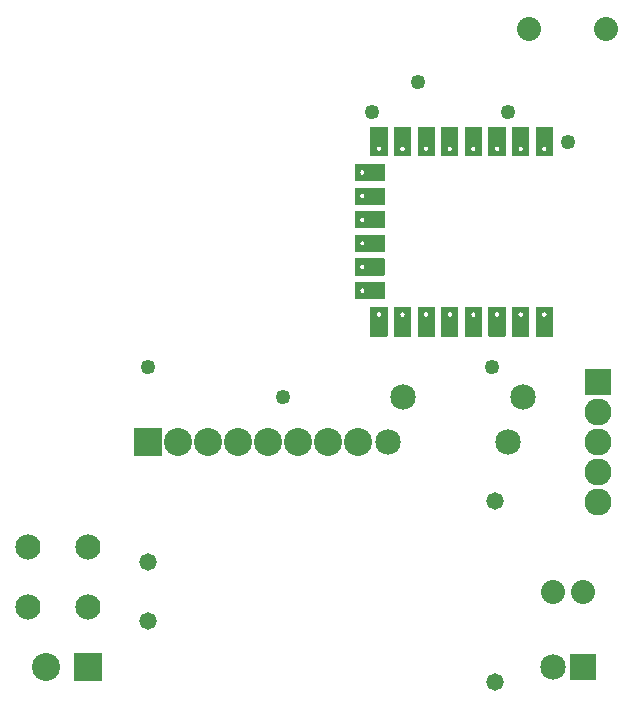
<source format=gts>
G04 MADE WITH FRITZING*
G04 WWW.FRITZING.ORG*
G04 DOUBLE SIDED*
G04 HOLES PLATED*
G04 CONTOUR ON CENTER OF CONTOUR VECTOR*
%ASAXBY*%
%FSLAX23Y23*%
%MOIN*%
%OFA0B0*%
%SFA1.0B1.0*%
%ADD10C,0.084000*%
%ADD11C,0.057978*%
%ADD12C,0.090000*%
%ADD13C,0.085000*%
%ADD14C,0.080000*%
%ADD15C,0.093307*%
%ADD16C,0.049370*%
%ADD17R,0.090000X0.090000*%
%ADD18R,0.085000X0.085000*%
%ADD19R,0.093307X0.093307*%
%ADD20R,0.001000X0.001000*%
%LNMASK1*%
G90*
G70*
G54D10*
X87Y372D03*
X87Y572D03*
X87Y372D03*
X87Y572D03*
X287Y572D03*
X287Y372D03*
X287Y572D03*
X287Y372D03*
G54D11*
X487Y325D03*
X487Y522D03*
X1644Y727D03*
X1644Y121D03*
G54D12*
X1987Y1122D03*
X1987Y1022D03*
X1987Y922D03*
X1987Y822D03*
X1987Y722D03*
G54D13*
X1937Y172D03*
X1837Y172D03*
G54D14*
X1937Y422D03*
X1837Y422D03*
X1937Y422D03*
X1837Y422D03*
G54D13*
X1687Y922D03*
X1287Y922D03*
X1737Y1072D03*
X1337Y1072D03*
G54D15*
X487Y922D03*
X587Y922D03*
X687Y922D03*
X787Y922D03*
X887Y922D03*
X987Y922D03*
X1087Y922D03*
X1187Y922D03*
G54D14*
X2015Y2300D03*
X1759Y2300D03*
X2015Y2300D03*
X1759Y2300D03*
G54D16*
X1389Y2121D03*
X1888Y1921D03*
X1688Y2023D03*
X1235Y2023D03*
X937Y1071D03*
X488Y1173D03*
X1636Y1173D03*
G54D15*
X287Y172D03*
X149Y172D03*
G54D17*
X1987Y1122D03*
G54D18*
X1937Y172D03*
G54D19*
X487Y922D03*
X287Y172D03*
G54D20*
X1230Y1972D02*
X1286Y1972D01*
X1308Y1972D02*
X1365Y1972D01*
X1387Y1972D02*
X1443Y1972D01*
X1466Y1972D02*
X1522Y1972D01*
X1545Y1972D02*
X1601Y1972D01*
X1623Y1972D02*
X1680Y1972D01*
X1702Y1972D02*
X1758Y1972D01*
X1781Y1972D02*
X1837Y1972D01*
X1230Y1971D02*
X1286Y1971D01*
X1308Y1971D02*
X1365Y1971D01*
X1387Y1971D02*
X1443Y1971D01*
X1466Y1971D02*
X1522Y1971D01*
X1545Y1971D02*
X1601Y1971D01*
X1623Y1971D02*
X1680Y1971D01*
X1702Y1971D02*
X1758Y1971D01*
X1781Y1971D02*
X1837Y1971D01*
X1230Y1970D02*
X1286Y1970D01*
X1308Y1970D02*
X1365Y1970D01*
X1387Y1970D02*
X1443Y1970D01*
X1466Y1970D02*
X1522Y1970D01*
X1545Y1970D02*
X1601Y1970D01*
X1623Y1970D02*
X1680Y1970D01*
X1702Y1970D02*
X1758Y1970D01*
X1781Y1970D02*
X1837Y1970D01*
X1230Y1969D02*
X1286Y1969D01*
X1308Y1969D02*
X1365Y1969D01*
X1387Y1969D02*
X1443Y1969D01*
X1466Y1969D02*
X1522Y1969D01*
X1545Y1969D02*
X1601Y1969D01*
X1623Y1969D02*
X1680Y1969D01*
X1702Y1969D02*
X1758Y1969D01*
X1781Y1969D02*
X1837Y1969D01*
X1230Y1968D02*
X1286Y1968D01*
X1308Y1968D02*
X1365Y1968D01*
X1387Y1968D02*
X1443Y1968D01*
X1466Y1968D02*
X1522Y1968D01*
X1545Y1968D02*
X1601Y1968D01*
X1623Y1968D02*
X1680Y1968D01*
X1702Y1968D02*
X1758Y1968D01*
X1781Y1968D02*
X1837Y1968D01*
X1230Y1967D02*
X1286Y1967D01*
X1308Y1967D02*
X1365Y1967D01*
X1387Y1967D02*
X1443Y1967D01*
X1466Y1967D02*
X1522Y1967D01*
X1545Y1967D02*
X1601Y1967D01*
X1623Y1967D02*
X1680Y1967D01*
X1702Y1967D02*
X1758Y1967D01*
X1781Y1967D02*
X1837Y1967D01*
X1230Y1966D02*
X1286Y1966D01*
X1308Y1966D02*
X1365Y1966D01*
X1387Y1966D02*
X1443Y1966D01*
X1466Y1966D02*
X1522Y1966D01*
X1545Y1966D02*
X1601Y1966D01*
X1623Y1966D02*
X1680Y1966D01*
X1702Y1966D02*
X1758Y1966D01*
X1781Y1966D02*
X1837Y1966D01*
X1230Y1965D02*
X1286Y1965D01*
X1308Y1965D02*
X1365Y1965D01*
X1387Y1965D02*
X1443Y1965D01*
X1466Y1965D02*
X1522Y1965D01*
X1545Y1965D02*
X1601Y1965D01*
X1623Y1965D02*
X1680Y1965D01*
X1702Y1965D02*
X1758Y1965D01*
X1781Y1965D02*
X1837Y1965D01*
X1230Y1964D02*
X1286Y1964D01*
X1308Y1964D02*
X1365Y1964D01*
X1387Y1964D02*
X1443Y1964D01*
X1466Y1964D02*
X1522Y1964D01*
X1545Y1964D02*
X1601Y1964D01*
X1623Y1964D02*
X1680Y1964D01*
X1702Y1964D02*
X1758Y1964D01*
X1781Y1964D02*
X1837Y1964D01*
X1230Y1963D02*
X1286Y1963D01*
X1308Y1963D02*
X1365Y1963D01*
X1387Y1963D02*
X1443Y1963D01*
X1466Y1963D02*
X1522Y1963D01*
X1545Y1963D02*
X1601Y1963D01*
X1623Y1963D02*
X1680Y1963D01*
X1702Y1963D02*
X1758Y1963D01*
X1781Y1963D02*
X1837Y1963D01*
X1230Y1962D02*
X1286Y1962D01*
X1308Y1962D02*
X1365Y1962D01*
X1387Y1962D02*
X1443Y1962D01*
X1466Y1962D02*
X1522Y1962D01*
X1545Y1962D02*
X1601Y1962D01*
X1623Y1962D02*
X1680Y1962D01*
X1702Y1962D02*
X1758Y1962D01*
X1781Y1962D02*
X1837Y1962D01*
X1230Y1961D02*
X1286Y1961D01*
X1308Y1961D02*
X1365Y1961D01*
X1387Y1961D02*
X1443Y1961D01*
X1466Y1961D02*
X1522Y1961D01*
X1545Y1961D02*
X1601Y1961D01*
X1623Y1961D02*
X1680Y1961D01*
X1702Y1961D02*
X1758Y1961D01*
X1781Y1961D02*
X1837Y1961D01*
X1230Y1960D02*
X1286Y1960D01*
X1308Y1960D02*
X1365Y1960D01*
X1387Y1960D02*
X1443Y1960D01*
X1466Y1960D02*
X1522Y1960D01*
X1545Y1960D02*
X1601Y1960D01*
X1623Y1960D02*
X1680Y1960D01*
X1702Y1960D02*
X1758Y1960D01*
X1781Y1960D02*
X1837Y1960D01*
X1230Y1959D02*
X1286Y1959D01*
X1308Y1959D02*
X1365Y1959D01*
X1387Y1959D02*
X1443Y1959D01*
X1466Y1959D02*
X1522Y1959D01*
X1545Y1959D02*
X1601Y1959D01*
X1623Y1959D02*
X1680Y1959D01*
X1702Y1959D02*
X1758Y1959D01*
X1781Y1959D02*
X1837Y1959D01*
X1230Y1958D02*
X1286Y1958D01*
X1308Y1958D02*
X1365Y1958D01*
X1387Y1958D02*
X1443Y1958D01*
X1466Y1958D02*
X1522Y1958D01*
X1545Y1958D02*
X1601Y1958D01*
X1623Y1958D02*
X1680Y1958D01*
X1702Y1958D02*
X1758Y1958D01*
X1781Y1958D02*
X1837Y1958D01*
X1230Y1957D02*
X1286Y1957D01*
X1308Y1957D02*
X1365Y1957D01*
X1387Y1957D02*
X1443Y1957D01*
X1466Y1957D02*
X1522Y1957D01*
X1545Y1957D02*
X1601Y1957D01*
X1623Y1957D02*
X1680Y1957D01*
X1702Y1957D02*
X1758Y1957D01*
X1781Y1957D02*
X1837Y1957D01*
X1230Y1956D02*
X1286Y1956D01*
X1308Y1956D02*
X1365Y1956D01*
X1387Y1956D02*
X1443Y1956D01*
X1466Y1956D02*
X1522Y1956D01*
X1545Y1956D02*
X1601Y1956D01*
X1623Y1956D02*
X1680Y1956D01*
X1702Y1956D02*
X1758Y1956D01*
X1781Y1956D02*
X1837Y1956D01*
X1230Y1955D02*
X1286Y1955D01*
X1308Y1955D02*
X1365Y1955D01*
X1387Y1955D02*
X1443Y1955D01*
X1466Y1955D02*
X1522Y1955D01*
X1545Y1955D02*
X1601Y1955D01*
X1623Y1955D02*
X1680Y1955D01*
X1702Y1955D02*
X1758Y1955D01*
X1781Y1955D02*
X1837Y1955D01*
X1230Y1954D02*
X1286Y1954D01*
X1308Y1954D02*
X1365Y1954D01*
X1387Y1954D02*
X1443Y1954D01*
X1466Y1954D02*
X1522Y1954D01*
X1545Y1954D02*
X1601Y1954D01*
X1623Y1954D02*
X1680Y1954D01*
X1702Y1954D02*
X1758Y1954D01*
X1781Y1954D02*
X1837Y1954D01*
X1230Y1953D02*
X1286Y1953D01*
X1308Y1953D02*
X1365Y1953D01*
X1387Y1953D02*
X1443Y1953D01*
X1466Y1953D02*
X1522Y1953D01*
X1545Y1953D02*
X1601Y1953D01*
X1623Y1953D02*
X1680Y1953D01*
X1702Y1953D02*
X1758Y1953D01*
X1781Y1953D02*
X1837Y1953D01*
X1230Y1952D02*
X1286Y1952D01*
X1308Y1952D02*
X1365Y1952D01*
X1387Y1952D02*
X1443Y1952D01*
X1466Y1952D02*
X1522Y1952D01*
X1545Y1952D02*
X1601Y1952D01*
X1623Y1952D02*
X1680Y1952D01*
X1702Y1952D02*
X1758Y1952D01*
X1781Y1952D02*
X1837Y1952D01*
X1230Y1951D02*
X1286Y1951D01*
X1308Y1951D02*
X1365Y1951D01*
X1387Y1951D02*
X1443Y1951D01*
X1466Y1951D02*
X1522Y1951D01*
X1545Y1951D02*
X1601Y1951D01*
X1623Y1951D02*
X1680Y1951D01*
X1702Y1951D02*
X1758Y1951D01*
X1781Y1951D02*
X1837Y1951D01*
X1230Y1950D02*
X1286Y1950D01*
X1308Y1950D02*
X1365Y1950D01*
X1387Y1950D02*
X1443Y1950D01*
X1466Y1950D02*
X1522Y1950D01*
X1545Y1950D02*
X1601Y1950D01*
X1623Y1950D02*
X1680Y1950D01*
X1702Y1950D02*
X1758Y1950D01*
X1781Y1950D02*
X1837Y1950D01*
X1230Y1949D02*
X1286Y1949D01*
X1308Y1949D02*
X1365Y1949D01*
X1387Y1949D02*
X1443Y1949D01*
X1466Y1949D02*
X1522Y1949D01*
X1545Y1949D02*
X1601Y1949D01*
X1623Y1949D02*
X1680Y1949D01*
X1702Y1949D02*
X1758Y1949D01*
X1781Y1949D02*
X1837Y1949D01*
X1230Y1948D02*
X1286Y1948D01*
X1308Y1948D02*
X1365Y1948D01*
X1387Y1948D02*
X1443Y1948D01*
X1466Y1948D02*
X1522Y1948D01*
X1545Y1948D02*
X1601Y1948D01*
X1623Y1948D02*
X1680Y1948D01*
X1702Y1948D02*
X1758Y1948D01*
X1781Y1948D02*
X1837Y1948D01*
X1230Y1947D02*
X1286Y1947D01*
X1308Y1947D02*
X1365Y1947D01*
X1387Y1947D02*
X1443Y1947D01*
X1466Y1947D02*
X1522Y1947D01*
X1545Y1947D02*
X1601Y1947D01*
X1623Y1947D02*
X1680Y1947D01*
X1702Y1947D02*
X1758Y1947D01*
X1781Y1947D02*
X1837Y1947D01*
X1230Y1946D02*
X1286Y1946D01*
X1308Y1946D02*
X1365Y1946D01*
X1387Y1946D02*
X1443Y1946D01*
X1466Y1946D02*
X1522Y1946D01*
X1545Y1946D02*
X1601Y1946D01*
X1623Y1946D02*
X1680Y1946D01*
X1702Y1946D02*
X1758Y1946D01*
X1781Y1946D02*
X1837Y1946D01*
X1230Y1945D02*
X1286Y1945D01*
X1308Y1945D02*
X1365Y1945D01*
X1387Y1945D02*
X1443Y1945D01*
X1466Y1945D02*
X1522Y1945D01*
X1545Y1945D02*
X1601Y1945D01*
X1623Y1945D02*
X1680Y1945D01*
X1702Y1945D02*
X1758Y1945D01*
X1781Y1945D02*
X1837Y1945D01*
X1230Y1944D02*
X1286Y1944D01*
X1308Y1944D02*
X1365Y1944D01*
X1387Y1944D02*
X1443Y1944D01*
X1466Y1944D02*
X1522Y1944D01*
X1545Y1944D02*
X1601Y1944D01*
X1623Y1944D02*
X1680Y1944D01*
X1702Y1944D02*
X1758Y1944D01*
X1781Y1944D02*
X1837Y1944D01*
X1230Y1943D02*
X1286Y1943D01*
X1308Y1943D02*
X1365Y1943D01*
X1387Y1943D02*
X1443Y1943D01*
X1466Y1943D02*
X1522Y1943D01*
X1545Y1943D02*
X1601Y1943D01*
X1623Y1943D02*
X1680Y1943D01*
X1702Y1943D02*
X1758Y1943D01*
X1781Y1943D02*
X1837Y1943D01*
X1230Y1942D02*
X1286Y1942D01*
X1308Y1942D02*
X1365Y1942D01*
X1387Y1942D02*
X1443Y1942D01*
X1466Y1942D02*
X1522Y1942D01*
X1545Y1942D02*
X1601Y1942D01*
X1623Y1942D02*
X1680Y1942D01*
X1702Y1942D02*
X1758Y1942D01*
X1781Y1942D02*
X1837Y1942D01*
X1230Y1941D02*
X1286Y1941D01*
X1308Y1941D02*
X1365Y1941D01*
X1387Y1941D02*
X1443Y1941D01*
X1466Y1941D02*
X1522Y1941D01*
X1545Y1941D02*
X1601Y1941D01*
X1623Y1941D02*
X1680Y1941D01*
X1702Y1941D02*
X1758Y1941D01*
X1781Y1941D02*
X1837Y1941D01*
X1230Y1940D02*
X1286Y1940D01*
X1308Y1940D02*
X1365Y1940D01*
X1387Y1940D02*
X1443Y1940D01*
X1466Y1940D02*
X1522Y1940D01*
X1545Y1940D02*
X1601Y1940D01*
X1623Y1940D02*
X1680Y1940D01*
X1702Y1940D02*
X1758Y1940D01*
X1781Y1940D02*
X1837Y1940D01*
X1230Y1939D02*
X1286Y1939D01*
X1308Y1939D02*
X1365Y1939D01*
X1387Y1939D02*
X1443Y1939D01*
X1466Y1939D02*
X1522Y1939D01*
X1545Y1939D02*
X1601Y1939D01*
X1623Y1939D02*
X1680Y1939D01*
X1702Y1939D02*
X1758Y1939D01*
X1781Y1939D02*
X1837Y1939D01*
X1230Y1938D02*
X1286Y1938D01*
X1308Y1938D02*
X1365Y1938D01*
X1387Y1938D02*
X1443Y1938D01*
X1466Y1938D02*
X1522Y1938D01*
X1545Y1938D02*
X1601Y1938D01*
X1623Y1938D02*
X1680Y1938D01*
X1702Y1938D02*
X1758Y1938D01*
X1781Y1938D02*
X1837Y1938D01*
X1230Y1937D02*
X1286Y1937D01*
X1308Y1937D02*
X1365Y1937D01*
X1387Y1937D02*
X1443Y1937D01*
X1466Y1937D02*
X1522Y1937D01*
X1545Y1937D02*
X1601Y1937D01*
X1623Y1937D02*
X1680Y1937D01*
X1702Y1937D02*
X1758Y1937D01*
X1781Y1937D02*
X1837Y1937D01*
X1230Y1936D02*
X1286Y1936D01*
X1308Y1936D02*
X1365Y1936D01*
X1387Y1936D02*
X1443Y1936D01*
X1466Y1936D02*
X1522Y1936D01*
X1545Y1936D02*
X1601Y1936D01*
X1623Y1936D02*
X1680Y1936D01*
X1702Y1936D02*
X1758Y1936D01*
X1781Y1936D02*
X1837Y1936D01*
X1230Y1935D02*
X1286Y1935D01*
X1308Y1935D02*
X1365Y1935D01*
X1387Y1935D02*
X1443Y1935D01*
X1466Y1935D02*
X1522Y1935D01*
X1545Y1935D02*
X1601Y1935D01*
X1623Y1935D02*
X1680Y1935D01*
X1702Y1935D02*
X1758Y1935D01*
X1781Y1935D02*
X1837Y1935D01*
X1230Y1934D02*
X1286Y1934D01*
X1308Y1934D02*
X1365Y1934D01*
X1387Y1934D02*
X1443Y1934D01*
X1466Y1934D02*
X1522Y1934D01*
X1545Y1934D02*
X1601Y1934D01*
X1623Y1934D02*
X1680Y1934D01*
X1702Y1934D02*
X1758Y1934D01*
X1781Y1934D02*
X1837Y1934D01*
X1230Y1933D02*
X1286Y1933D01*
X1308Y1933D02*
X1365Y1933D01*
X1387Y1933D02*
X1443Y1933D01*
X1466Y1933D02*
X1522Y1933D01*
X1545Y1933D02*
X1601Y1933D01*
X1623Y1933D02*
X1680Y1933D01*
X1702Y1933D02*
X1758Y1933D01*
X1781Y1933D02*
X1837Y1933D01*
X1230Y1932D02*
X1286Y1932D01*
X1308Y1932D02*
X1365Y1932D01*
X1387Y1932D02*
X1443Y1932D01*
X1466Y1932D02*
X1522Y1932D01*
X1545Y1932D02*
X1601Y1932D01*
X1623Y1932D02*
X1680Y1932D01*
X1702Y1932D02*
X1758Y1932D01*
X1781Y1932D02*
X1837Y1932D01*
X1230Y1931D02*
X1286Y1931D01*
X1308Y1931D02*
X1365Y1931D01*
X1387Y1931D02*
X1443Y1931D01*
X1466Y1931D02*
X1522Y1931D01*
X1545Y1931D02*
X1601Y1931D01*
X1623Y1931D02*
X1680Y1931D01*
X1702Y1931D02*
X1758Y1931D01*
X1781Y1931D02*
X1837Y1931D01*
X1230Y1930D02*
X1286Y1930D01*
X1308Y1930D02*
X1365Y1930D01*
X1387Y1930D02*
X1443Y1930D01*
X1466Y1930D02*
X1522Y1930D01*
X1545Y1930D02*
X1601Y1930D01*
X1623Y1930D02*
X1680Y1930D01*
X1702Y1930D02*
X1758Y1930D01*
X1781Y1930D02*
X1837Y1930D01*
X1230Y1929D02*
X1286Y1929D01*
X1308Y1929D02*
X1365Y1929D01*
X1387Y1929D02*
X1443Y1929D01*
X1466Y1929D02*
X1522Y1929D01*
X1545Y1929D02*
X1601Y1929D01*
X1623Y1929D02*
X1680Y1929D01*
X1702Y1929D02*
X1758Y1929D01*
X1781Y1929D02*
X1837Y1929D01*
X1230Y1928D02*
X1286Y1928D01*
X1308Y1928D02*
X1365Y1928D01*
X1387Y1928D02*
X1443Y1928D01*
X1466Y1928D02*
X1522Y1928D01*
X1545Y1928D02*
X1601Y1928D01*
X1623Y1928D02*
X1680Y1928D01*
X1702Y1928D02*
X1758Y1928D01*
X1781Y1928D02*
X1837Y1928D01*
X1230Y1927D02*
X1286Y1927D01*
X1308Y1927D02*
X1365Y1927D01*
X1387Y1927D02*
X1443Y1927D01*
X1466Y1927D02*
X1522Y1927D01*
X1545Y1927D02*
X1601Y1927D01*
X1623Y1927D02*
X1680Y1927D01*
X1702Y1927D02*
X1758Y1927D01*
X1781Y1927D02*
X1837Y1927D01*
X1230Y1926D02*
X1286Y1926D01*
X1308Y1926D02*
X1365Y1926D01*
X1387Y1926D02*
X1443Y1926D01*
X1466Y1926D02*
X1522Y1926D01*
X1545Y1926D02*
X1601Y1926D01*
X1623Y1926D02*
X1680Y1926D01*
X1702Y1926D02*
X1758Y1926D01*
X1781Y1926D02*
X1837Y1926D01*
X1230Y1925D02*
X1286Y1925D01*
X1308Y1925D02*
X1365Y1925D01*
X1387Y1925D02*
X1443Y1925D01*
X1466Y1925D02*
X1522Y1925D01*
X1545Y1925D02*
X1601Y1925D01*
X1623Y1925D02*
X1680Y1925D01*
X1702Y1925D02*
X1758Y1925D01*
X1781Y1925D02*
X1837Y1925D01*
X1230Y1924D02*
X1286Y1924D01*
X1308Y1924D02*
X1365Y1924D01*
X1387Y1924D02*
X1443Y1924D01*
X1466Y1924D02*
X1522Y1924D01*
X1545Y1924D02*
X1601Y1924D01*
X1623Y1924D02*
X1680Y1924D01*
X1702Y1924D02*
X1758Y1924D01*
X1781Y1924D02*
X1837Y1924D01*
X1230Y1923D02*
X1286Y1923D01*
X1308Y1923D02*
X1365Y1923D01*
X1387Y1923D02*
X1443Y1923D01*
X1466Y1923D02*
X1522Y1923D01*
X1545Y1923D02*
X1601Y1923D01*
X1623Y1923D02*
X1680Y1923D01*
X1702Y1923D02*
X1758Y1923D01*
X1781Y1923D02*
X1837Y1923D01*
X1230Y1922D02*
X1286Y1922D01*
X1308Y1922D02*
X1365Y1922D01*
X1387Y1922D02*
X1443Y1922D01*
X1466Y1922D02*
X1522Y1922D01*
X1545Y1922D02*
X1601Y1922D01*
X1623Y1922D02*
X1680Y1922D01*
X1702Y1922D02*
X1758Y1922D01*
X1781Y1922D02*
X1837Y1922D01*
X1230Y1921D02*
X1286Y1921D01*
X1308Y1921D02*
X1365Y1921D01*
X1387Y1921D02*
X1443Y1921D01*
X1466Y1921D02*
X1522Y1921D01*
X1545Y1921D02*
X1601Y1921D01*
X1623Y1921D02*
X1680Y1921D01*
X1702Y1921D02*
X1758Y1921D01*
X1781Y1921D02*
X1837Y1921D01*
X1230Y1920D02*
X1286Y1920D01*
X1308Y1920D02*
X1365Y1920D01*
X1387Y1920D02*
X1443Y1920D01*
X1466Y1920D02*
X1522Y1920D01*
X1545Y1920D02*
X1601Y1920D01*
X1623Y1920D02*
X1680Y1920D01*
X1702Y1920D02*
X1758Y1920D01*
X1781Y1920D02*
X1837Y1920D01*
X1230Y1919D02*
X1286Y1919D01*
X1308Y1919D02*
X1365Y1919D01*
X1387Y1919D02*
X1443Y1919D01*
X1466Y1919D02*
X1522Y1919D01*
X1545Y1919D02*
X1601Y1919D01*
X1623Y1919D02*
X1680Y1919D01*
X1702Y1919D02*
X1758Y1919D01*
X1781Y1919D02*
X1837Y1919D01*
X1230Y1918D02*
X1286Y1918D01*
X1308Y1918D02*
X1365Y1918D01*
X1387Y1918D02*
X1443Y1918D01*
X1466Y1918D02*
X1522Y1918D01*
X1545Y1918D02*
X1601Y1918D01*
X1623Y1918D02*
X1680Y1918D01*
X1702Y1918D02*
X1758Y1918D01*
X1781Y1918D02*
X1837Y1918D01*
X1230Y1917D02*
X1286Y1917D01*
X1308Y1917D02*
X1365Y1917D01*
X1387Y1917D02*
X1443Y1917D01*
X1466Y1917D02*
X1522Y1917D01*
X1545Y1917D02*
X1601Y1917D01*
X1623Y1917D02*
X1680Y1917D01*
X1702Y1917D02*
X1758Y1917D01*
X1781Y1917D02*
X1837Y1917D01*
X1230Y1916D02*
X1286Y1916D01*
X1308Y1916D02*
X1365Y1916D01*
X1387Y1916D02*
X1443Y1916D01*
X1466Y1916D02*
X1522Y1916D01*
X1545Y1916D02*
X1601Y1916D01*
X1623Y1916D02*
X1680Y1916D01*
X1702Y1916D02*
X1758Y1916D01*
X1781Y1916D02*
X1837Y1916D01*
X1230Y1915D02*
X1286Y1915D01*
X1308Y1915D02*
X1365Y1915D01*
X1387Y1915D02*
X1443Y1915D01*
X1466Y1915D02*
X1522Y1915D01*
X1545Y1915D02*
X1601Y1915D01*
X1623Y1915D02*
X1680Y1915D01*
X1702Y1915D02*
X1758Y1915D01*
X1781Y1915D02*
X1837Y1915D01*
X1230Y1914D02*
X1286Y1914D01*
X1308Y1914D02*
X1365Y1914D01*
X1387Y1914D02*
X1443Y1914D01*
X1466Y1914D02*
X1522Y1914D01*
X1545Y1914D02*
X1601Y1914D01*
X1623Y1914D02*
X1680Y1914D01*
X1702Y1914D02*
X1758Y1914D01*
X1781Y1914D02*
X1837Y1914D01*
X1230Y1913D02*
X1286Y1913D01*
X1308Y1913D02*
X1365Y1913D01*
X1387Y1913D02*
X1443Y1913D01*
X1466Y1913D02*
X1522Y1913D01*
X1545Y1913D02*
X1601Y1913D01*
X1623Y1913D02*
X1680Y1913D01*
X1702Y1913D02*
X1758Y1913D01*
X1781Y1913D02*
X1837Y1913D01*
X1230Y1912D02*
X1286Y1912D01*
X1308Y1912D02*
X1365Y1912D01*
X1387Y1912D02*
X1443Y1912D01*
X1466Y1912D02*
X1522Y1912D01*
X1545Y1912D02*
X1601Y1912D01*
X1623Y1912D02*
X1680Y1912D01*
X1702Y1912D02*
X1758Y1912D01*
X1781Y1912D02*
X1837Y1912D01*
X1230Y1911D02*
X1286Y1911D01*
X1308Y1911D02*
X1365Y1911D01*
X1387Y1911D02*
X1443Y1911D01*
X1466Y1911D02*
X1522Y1911D01*
X1545Y1911D02*
X1601Y1911D01*
X1623Y1911D02*
X1680Y1911D01*
X1702Y1911D02*
X1758Y1911D01*
X1781Y1911D02*
X1837Y1911D01*
X1230Y1910D02*
X1286Y1910D01*
X1308Y1910D02*
X1365Y1910D01*
X1387Y1910D02*
X1443Y1910D01*
X1466Y1910D02*
X1522Y1910D01*
X1545Y1910D02*
X1601Y1910D01*
X1623Y1910D02*
X1680Y1910D01*
X1702Y1910D02*
X1758Y1910D01*
X1781Y1910D02*
X1837Y1910D01*
X1230Y1909D02*
X1286Y1909D01*
X1308Y1909D02*
X1365Y1909D01*
X1387Y1909D02*
X1443Y1909D01*
X1466Y1909D02*
X1522Y1909D01*
X1545Y1909D02*
X1601Y1909D01*
X1623Y1909D02*
X1680Y1909D01*
X1702Y1909D02*
X1758Y1909D01*
X1781Y1909D02*
X1837Y1909D01*
X1230Y1908D02*
X1286Y1908D01*
X1308Y1908D02*
X1365Y1908D01*
X1387Y1908D02*
X1443Y1908D01*
X1466Y1908D02*
X1522Y1908D01*
X1545Y1908D02*
X1601Y1908D01*
X1623Y1908D02*
X1680Y1908D01*
X1702Y1908D02*
X1758Y1908D01*
X1781Y1908D02*
X1837Y1908D01*
X1230Y1907D02*
X1286Y1907D01*
X1308Y1907D02*
X1365Y1907D01*
X1387Y1907D02*
X1443Y1907D01*
X1466Y1907D02*
X1522Y1907D01*
X1545Y1907D02*
X1601Y1907D01*
X1623Y1907D02*
X1680Y1907D01*
X1702Y1907D02*
X1758Y1907D01*
X1781Y1907D02*
X1837Y1907D01*
X1230Y1906D02*
X1254Y1906D01*
X1261Y1906D02*
X1286Y1906D01*
X1308Y1906D02*
X1333Y1906D01*
X1340Y1906D02*
X1365Y1906D01*
X1387Y1906D02*
X1412Y1906D01*
X1419Y1906D02*
X1443Y1906D01*
X1466Y1906D02*
X1491Y1906D01*
X1497Y1906D02*
X1522Y1906D01*
X1545Y1906D02*
X1569Y1906D01*
X1576Y1906D02*
X1601Y1906D01*
X1623Y1906D02*
X1648Y1906D01*
X1655Y1906D02*
X1680Y1906D01*
X1702Y1906D02*
X1727Y1906D01*
X1733Y1906D02*
X1758Y1906D01*
X1781Y1906D02*
X1806Y1906D01*
X1812Y1906D02*
X1837Y1906D01*
X1230Y1905D02*
X1253Y1905D01*
X1263Y1905D02*
X1286Y1905D01*
X1308Y1905D02*
X1332Y1905D01*
X1341Y1905D02*
X1365Y1905D01*
X1387Y1905D02*
X1410Y1905D01*
X1420Y1905D02*
X1443Y1905D01*
X1466Y1905D02*
X1489Y1905D01*
X1499Y1905D02*
X1522Y1905D01*
X1545Y1905D02*
X1568Y1905D01*
X1578Y1905D02*
X1601Y1905D01*
X1623Y1905D02*
X1647Y1905D01*
X1656Y1905D02*
X1680Y1905D01*
X1702Y1905D02*
X1725Y1905D01*
X1735Y1905D02*
X1758Y1905D01*
X1781Y1905D02*
X1804Y1905D01*
X1814Y1905D02*
X1837Y1905D01*
X1230Y1904D02*
X1252Y1904D01*
X1264Y1904D02*
X1286Y1904D01*
X1308Y1904D02*
X1331Y1904D01*
X1342Y1904D02*
X1365Y1904D01*
X1387Y1904D02*
X1409Y1904D01*
X1421Y1904D02*
X1443Y1904D01*
X1466Y1904D02*
X1488Y1904D01*
X1500Y1904D02*
X1522Y1904D01*
X1545Y1904D02*
X1567Y1904D01*
X1579Y1904D02*
X1601Y1904D01*
X1623Y1904D02*
X1645Y1904D01*
X1657Y1904D02*
X1680Y1904D01*
X1702Y1904D02*
X1724Y1904D01*
X1736Y1904D02*
X1758Y1904D01*
X1781Y1904D02*
X1803Y1904D01*
X1815Y1904D02*
X1837Y1904D01*
X1230Y1903D02*
X1251Y1903D01*
X1264Y1903D02*
X1286Y1903D01*
X1308Y1903D02*
X1330Y1903D01*
X1343Y1903D02*
X1365Y1903D01*
X1387Y1903D02*
X1409Y1903D01*
X1422Y1903D02*
X1443Y1903D01*
X1466Y1903D02*
X1487Y1903D01*
X1501Y1903D02*
X1522Y1903D01*
X1545Y1903D02*
X1566Y1903D01*
X1579Y1903D02*
X1601Y1903D01*
X1623Y1903D02*
X1645Y1903D01*
X1658Y1903D02*
X1680Y1903D01*
X1702Y1903D02*
X1723Y1903D01*
X1737Y1903D02*
X1758Y1903D01*
X1781Y1903D02*
X1802Y1903D01*
X1816Y1903D02*
X1837Y1903D01*
X1230Y1902D02*
X1251Y1902D01*
X1265Y1902D02*
X1286Y1902D01*
X1308Y1902D02*
X1329Y1902D01*
X1344Y1902D02*
X1365Y1902D01*
X1387Y1902D02*
X1408Y1902D01*
X1422Y1902D02*
X1443Y1902D01*
X1466Y1902D02*
X1487Y1902D01*
X1501Y1902D02*
X1522Y1902D01*
X1545Y1902D02*
X1565Y1902D01*
X1580Y1902D02*
X1601Y1902D01*
X1623Y1902D02*
X1644Y1902D01*
X1659Y1902D02*
X1680Y1902D01*
X1702Y1902D02*
X1723Y1902D01*
X1737Y1902D02*
X1758Y1902D01*
X1781Y1902D02*
X1802Y1902D01*
X1816Y1902D02*
X1837Y1902D01*
X1230Y1901D02*
X1250Y1901D01*
X1265Y1901D02*
X1286Y1901D01*
X1308Y1901D02*
X1329Y1901D01*
X1344Y1901D02*
X1365Y1901D01*
X1387Y1901D02*
X1408Y1901D01*
X1423Y1901D02*
X1443Y1901D01*
X1466Y1901D02*
X1486Y1901D01*
X1501Y1901D02*
X1522Y1901D01*
X1545Y1901D02*
X1565Y1901D01*
X1580Y1901D02*
X1601Y1901D01*
X1623Y1901D02*
X1644Y1901D01*
X1659Y1901D02*
X1680Y1901D01*
X1702Y1901D02*
X1723Y1901D01*
X1738Y1901D02*
X1758Y1901D01*
X1781Y1901D02*
X1801Y1901D01*
X1816Y1901D02*
X1837Y1901D01*
X1230Y1900D02*
X1250Y1900D01*
X1265Y1900D02*
X1286Y1900D01*
X1308Y1900D02*
X1329Y1900D01*
X1344Y1900D02*
X1365Y1900D01*
X1387Y1900D02*
X1408Y1900D01*
X1423Y1900D02*
X1443Y1900D01*
X1466Y1900D02*
X1486Y1900D01*
X1502Y1900D02*
X1522Y1900D01*
X1545Y1900D02*
X1565Y1900D01*
X1580Y1900D02*
X1601Y1900D01*
X1623Y1900D02*
X1644Y1900D01*
X1659Y1900D02*
X1680Y1900D01*
X1702Y1900D02*
X1723Y1900D01*
X1738Y1900D02*
X1758Y1900D01*
X1781Y1900D02*
X1801Y1900D01*
X1816Y1900D02*
X1837Y1900D01*
X1230Y1899D02*
X1250Y1899D01*
X1265Y1899D02*
X1286Y1899D01*
X1308Y1899D02*
X1329Y1899D01*
X1344Y1899D02*
X1365Y1899D01*
X1387Y1899D02*
X1408Y1899D01*
X1423Y1899D02*
X1443Y1899D01*
X1466Y1899D02*
X1486Y1899D01*
X1502Y1899D02*
X1522Y1899D01*
X1545Y1899D02*
X1565Y1899D01*
X1580Y1899D02*
X1601Y1899D01*
X1623Y1899D02*
X1644Y1899D01*
X1659Y1899D02*
X1680Y1899D01*
X1702Y1899D02*
X1723Y1899D01*
X1738Y1899D02*
X1758Y1899D01*
X1781Y1899D02*
X1801Y1899D01*
X1816Y1899D02*
X1837Y1899D01*
X1230Y1898D02*
X1250Y1898D01*
X1265Y1898D02*
X1286Y1898D01*
X1308Y1898D02*
X1329Y1898D01*
X1344Y1898D02*
X1365Y1898D01*
X1387Y1898D02*
X1408Y1898D01*
X1423Y1898D02*
X1443Y1898D01*
X1466Y1898D02*
X1486Y1898D01*
X1502Y1898D02*
X1522Y1898D01*
X1545Y1898D02*
X1565Y1898D01*
X1580Y1898D02*
X1601Y1898D01*
X1623Y1898D02*
X1644Y1898D01*
X1659Y1898D02*
X1680Y1898D01*
X1702Y1898D02*
X1723Y1898D01*
X1738Y1898D02*
X1758Y1898D01*
X1781Y1898D02*
X1801Y1898D01*
X1816Y1898D02*
X1837Y1898D01*
X1230Y1897D02*
X1250Y1897D01*
X1265Y1897D02*
X1286Y1897D01*
X1308Y1897D02*
X1329Y1897D01*
X1344Y1897D02*
X1365Y1897D01*
X1387Y1897D02*
X1408Y1897D01*
X1423Y1897D02*
X1443Y1897D01*
X1466Y1897D02*
X1487Y1897D01*
X1501Y1897D02*
X1522Y1897D01*
X1545Y1897D02*
X1565Y1897D01*
X1580Y1897D02*
X1601Y1897D01*
X1623Y1897D02*
X1644Y1897D01*
X1659Y1897D02*
X1680Y1897D01*
X1702Y1897D02*
X1723Y1897D01*
X1737Y1897D02*
X1758Y1897D01*
X1781Y1897D02*
X1802Y1897D01*
X1816Y1897D02*
X1837Y1897D01*
X1230Y1896D02*
X1251Y1896D01*
X1265Y1896D02*
X1286Y1896D01*
X1308Y1896D02*
X1330Y1896D01*
X1343Y1896D02*
X1365Y1896D01*
X1387Y1896D02*
X1408Y1896D01*
X1422Y1896D02*
X1443Y1896D01*
X1466Y1896D02*
X1487Y1896D01*
X1501Y1896D02*
X1522Y1896D01*
X1545Y1896D02*
X1566Y1896D01*
X1580Y1896D02*
X1601Y1896D01*
X1623Y1896D02*
X1645Y1896D01*
X1658Y1896D02*
X1680Y1896D01*
X1702Y1896D02*
X1723Y1896D01*
X1737Y1896D02*
X1758Y1896D01*
X1781Y1896D02*
X1802Y1896D01*
X1816Y1896D02*
X1837Y1896D01*
X1230Y1895D02*
X1252Y1895D01*
X1264Y1895D02*
X1286Y1895D01*
X1308Y1895D02*
X1330Y1895D01*
X1343Y1895D02*
X1365Y1895D01*
X1387Y1895D02*
X1409Y1895D01*
X1421Y1895D02*
X1443Y1895D01*
X1466Y1895D02*
X1488Y1895D01*
X1500Y1895D02*
X1522Y1895D01*
X1545Y1895D02*
X1567Y1895D01*
X1579Y1895D02*
X1601Y1895D01*
X1623Y1895D02*
X1645Y1895D01*
X1658Y1895D02*
X1680Y1895D01*
X1702Y1895D02*
X1724Y1895D01*
X1736Y1895D02*
X1758Y1895D01*
X1781Y1895D02*
X1803Y1895D01*
X1815Y1895D02*
X1837Y1895D01*
X1230Y1894D02*
X1253Y1894D01*
X1263Y1894D02*
X1286Y1894D01*
X1308Y1894D02*
X1331Y1894D01*
X1342Y1894D02*
X1365Y1894D01*
X1387Y1894D02*
X1410Y1894D01*
X1420Y1894D02*
X1443Y1894D01*
X1466Y1894D02*
X1489Y1894D01*
X1499Y1894D02*
X1522Y1894D01*
X1545Y1894D02*
X1567Y1894D01*
X1578Y1894D02*
X1601Y1894D01*
X1623Y1894D02*
X1646Y1894D01*
X1657Y1894D02*
X1680Y1894D01*
X1702Y1894D02*
X1725Y1894D01*
X1735Y1894D02*
X1758Y1894D01*
X1781Y1894D02*
X1804Y1894D01*
X1814Y1894D02*
X1837Y1894D01*
X1230Y1893D02*
X1254Y1893D01*
X1262Y1893D02*
X1286Y1893D01*
X1308Y1893D02*
X1333Y1893D01*
X1340Y1893D02*
X1365Y1893D01*
X1387Y1893D02*
X1411Y1893D01*
X1419Y1893D02*
X1443Y1893D01*
X1466Y1893D02*
X1490Y1893D01*
X1498Y1893D02*
X1522Y1893D01*
X1545Y1893D02*
X1569Y1893D01*
X1577Y1893D02*
X1601Y1893D01*
X1623Y1893D02*
X1648Y1893D01*
X1655Y1893D02*
X1680Y1893D01*
X1702Y1893D02*
X1726Y1893D01*
X1734Y1893D02*
X1758Y1893D01*
X1781Y1893D02*
X1805Y1893D01*
X1813Y1893D02*
X1837Y1893D01*
X1230Y1892D02*
X1286Y1892D01*
X1308Y1892D02*
X1365Y1892D01*
X1387Y1892D02*
X1443Y1892D01*
X1466Y1892D02*
X1522Y1892D01*
X1545Y1892D02*
X1601Y1892D01*
X1623Y1892D02*
X1680Y1892D01*
X1702Y1892D02*
X1758Y1892D01*
X1781Y1892D02*
X1837Y1892D01*
X1230Y1891D02*
X1286Y1891D01*
X1308Y1891D02*
X1365Y1891D01*
X1387Y1891D02*
X1443Y1891D01*
X1466Y1891D02*
X1522Y1891D01*
X1545Y1891D02*
X1601Y1891D01*
X1623Y1891D02*
X1680Y1891D01*
X1702Y1891D02*
X1758Y1891D01*
X1781Y1891D02*
X1837Y1891D01*
X1230Y1890D02*
X1286Y1890D01*
X1308Y1890D02*
X1365Y1890D01*
X1387Y1890D02*
X1443Y1890D01*
X1466Y1890D02*
X1522Y1890D01*
X1545Y1890D02*
X1601Y1890D01*
X1623Y1890D02*
X1680Y1890D01*
X1702Y1890D02*
X1758Y1890D01*
X1781Y1890D02*
X1837Y1890D01*
X1230Y1889D02*
X1286Y1889D01*
X1308Y1889D02*
X1365Y1889D01*
X1387Y1889D02*
X1443Y1889D01*
X1466Y1889D02*
X1522Y1889D01*
X1545Y1889D02*
X1601Y1889D01*
X1623Y1889D02*
X1680Y1889D01*
X1702Y1889D02*
X1758Y1889D01*
X1781Y1889D02*
X1837Y1889D01*
X1230Y1888D02*
X1286Y1888D01*
X1308Y1888D02*
X1365Y1888D01*
X1387Y1888D02*
X1443Y1888D01*
X1466Y1888D02*
X1522Y1888D01*
X1545Y1888D02*
X1601Y1888D01*
X1623Y1888D02*
X1680Y1888D01*
X1702Y1888D02*
X1758Y1888D01*
X1781Y1888D02*
X1837Y1888D01*
X1230Y1887D02*
X1286Y1887D01*
X1308Y1887D02*
X1365Y1887D01*
X1387Y1887D02*
X1443Y1887D01*
X1466Y1887D02*
X1522Y1887D01*
X1545Y1887D02*
X1601Y1887D01*
X1623Y1887D02*
X1680Y1887D01*
X1702Y1887D02*
X1758Y1887D01*
X1781Y1887D02*
X1837Y1887D01*
X1230Y1886D02*
X1286Y1886D01*
X1308Y1886D02*
X1365Y1886D01*
X1387Y1886D02*
X1443Y1886D01*
X1466Y1886D02*
X1522Y1886D01*
X1545Y1886D02*
X1601Y1886D01*
X1623Y1886D02*
X1680Y1886D01*
X1702Y1886D02*
X1758Y1886D01*
X1781Y1886D02*
X1837Y1886D01*
X1230Y1885D02*
X1286Y1885D01*
X1308Y1885D02*
X1365Y1885D01*
X1387Y1885D02*
X1443Y1885D01*
X1466Y1885D02*
X1522Y1885D01*
X1545Y1885D02*
X1601Y1885D01*
X1623Y1885D02*
X1680Y1885D01*
X1702Y1885D02*
X1758Y1885D01*
X1781Y1885D02*
X1837Y1885D01*
X1230Y1884D02*
X1286Y1884D01*
X1308Y1884D02*
X1365Y1884D01*
X1387Y1884D02*
X1443Y1884D01*
X1466Y1884D02*
X1522Y1884D01*
X1545Y1884D02*
X1601Y1884D01*
X1623Y1884D02*
X1680Y1884D01*
X1702Y1884D02*
X1758Y1884D01*
X1781Y1884D02*
X1837Y1884D01*
X1230Y1883D02*
X1286Y1883D01*
X1308Y1883D02*
X1365Y1883D01*
X1387Y1883D02*
X1443Y1883D01*
X1466Y1883D02*
X1522Y1883D01*
X1545Y1883D02*
X1601Y1883D01*
X1623Y1883D02*
X1680Y1883D01*
X1702Y1883D02*
X1758Y1883D01*
X1781Y1883D02*
X1837Y1883D01*
X1230Y1882D02*
X1286Y1882D01*
X1308Y1882D02*
X1365Y1882D01*
X1387Y1882D02*
X1443Y1882D01*
X1466Y1882D02*
X1522Y1882D01*
X1545Y1882D02*
X1601Y1882D01*
X1623Y1882D02*
X1680Y1882D01*
X1702Y1882D02*
X1758Y1882D01*
X1781Y1882D02*
X1837Y1882D01*
X1230Y1881D02*
X1286Y1881D01*
X1308Y1881D02*
X1365Y1881D01*
X1387Y1881D02*
X1443Y1881D01*
X1466Y1881D02*
X1522Y1881D01*
X1545Y1881D02*
X1601Y1881D01*
X1623Y1881D02*
X1680Y1881D01*
X1702Y1881D02*
X1758Y1881D01*
X1781Y1881D02*
X1837Y1881D01*
X1230Y1880D02*
X1286Y1880D01*
X1308Y1880D02*
X1365Y1880D01*
X1387Y1880D02*
X1443Y1880D01*
X1466Y1880D02*
X1522Y1880D01*
X1545Y1880D02*
X1601Y1880D01*
X1623Y1880D02*
X1680Y1880D01*
X1702Y1880D02*
X1758Y1880D01*
X1781Y1880D02*
X1837Y1880D01*
X1230Y1879D02*
X1286Y1879D01*
X1308Y1879D02*
X1365Y1879D01*
X1387Y1879D02*
X1443Y1879D01*
X1466Y1879D02*
X1522Y1879D01*
X1545Y1879D02*
X1601Y1879D01*
X1623Y1879D02*
X1680Y1879D01*
X1702Y1879D02*
X1758Y1879D01*
X1781Y1879D02*
X1837Y1879D01*
X1230Y1878D02*
X1286Y1878D01*
X1308Y1878D02*
X1365Y1878D01*
X1387Y1878D02*
X1443Y1878D01*
X1466Y1878D02*
X1522Y1878D01*
X1545Y1878D02*
X1601Y1878D01*
X1623Y1878D02*
X1680Y1878D01*
X1702Y1878D02*
X1758Y1878D01*
X1781Y1878D02*
X1837Y1878D01*
X1230Y1877D02*
X1286Y1877D01*
X1308Y1877D02*
X1365Y1877D01*
X1387Y1877D02*
X1443Y1877D01*
X1466Y1877D02*
X1522Y1877D01*
X1545Y1877D02*
X1601Y1877D01*
X1623Y1877D02*
X1680Y1877D01*
X1702Y1877D02*
X1758Y1877D01*
X1781Y1877D02*
X1837Y1877D01*
X1230Y1876D02*
X1286Y1876D01*
X1308Y1876D02*
X1365Y1876D01*
X1387Y1876D02*
X1443Y1876D01*
X1466Y1876D02*
X1522Y1876D01*
X1545Y1876D02*
X1601Y1876D01*
X1623Y1876D02*
X1680Y1876D01*
X1702Y1876D02*
X1758Y1876D01*
X1781Y1876D02*
X1837Y1876D01*
X1230Y1875D02*
X1286Y1875D01*
X1308Y1875D02*
X1365Y1875D01*
X1387Y1875D02*
X1443Y1875D01*
X1466Y1875D02*
X1522Y1875D01*
X1545Y1875D02*
X1601Y1875D01*
X1623Y1875D02*
X1680Y1875D01*
X1702Y1875D02*
X1758Y1875D01*
X1781Y1875D02*
X1837Y1875D01*
X1178Y1849D02*
X1275Y1849D01*
X1178Y1848D02*
X1276Y1848D01*
X1178Y1847D02*
X1276Y1847D01*
X1178Y1846D02*
X1276Y1846D01*
X1178Y1845D02*
X1276Y1845D01*
X1178Y1844D02*
X1276Y1844D01*
X1178Y1843D02*
X1276Y1843D01*
X1178Y1842D02*
X1276Y1842D01*
X1178Y1841D02*
X1276Y1841D01*
X1178Y1840D02*
X1276Y1840D01*
X1178Y1839D02*
X1276Y1839D01*
X1178Y1838D02*
X1276Y1838D01*
X1178Y1837D02*
X1276Y1837D01*
X1178Y1836D02*
X1276Y1836D01*
X1178Y1835D02*
X1276Y1835D01*
X1178Y1834D02*
X1276Y1834D01*
X1178Y1833D02*
X1276Y1833D01*
X1178Y1832D02*
X1276Y1832D01*
X1178Y1831D02*
X1276Y1831D01*
X1178Y1830D02*
X1276Y1830D01*
X1178Y1829D02*
X1276Y1829D01*
X1178Y1828D02*
X1276Y1828D01*
X1178Y1827D02*
X1199Y1827D01*
X1206Y1827D02*
X1276Y1827D01*
X1178Y1826D02*
X1198Y1826D01*
X1208Y1826D02*
X1276Y1826D01*
X1178Y1825D02*
X1197Y1825D01*
X1209Y1825D02*
X1276Y1825D01*
X1178Y1824D02*
X1196Y1824D01*
X1210Y1824D02*
X1276Y1824D01*
X1178Y1823D02*
X1196Y1823D01*
X1210Y1823D02*
X1276Y1823D01*
X1178Y1822D02*
X1195Y1822D01*
X1210Y1822D02*
X1276Y1822D01*
X1178Y1821D02*
X1195Y1821D01*
X1210Y1821D02*
X1276Y1821D01*
X1178Y1820D02*
X1195Y1820D01*
X1210Y1820D02*
X1276Y1820D01*
X1178Y1819D02*
X1195Y1819D01*
X1210Y1819D02*
X1276Y1819D01*
X1178Y1818D02*
X1196Y1818D01*
X1210Y1818D02*
X1276Y1818D01*
X1178Y1817D02*
X1196Y1817D01*
X1210Y1817D02*
X1276Y1817D01*
X1178Y1816D02*
X1197Y1816D01*
X1209Y1816D02*
X1276Y1816D01*
X1178Y1815D02*
X1198Y1815D01*
X1208Y1815D02*
X1276Y1815D01*
X1178Y1814D02*
X1199Y1814D01*
X1206Y1814D02*
X1276Y1814D01*
X1178Y1813D02*
X1276Y1813D01*
X1178Y1812D02*
X1276Y1812D01*
X1178Y1811D02*
X1276Y1811D01*
X1178Y1810D02*
X1276Y1810D01*
X1178Y1809D02*
X1276Y1809D01*
X1178Y1808D02*
X1276Y1808D01*
X1178Y1807D02*
X1276Y1807D01*
X1178Y1806D02*
X1276Y1806D01*
X1178Y1805D02*
X1276Y1805D01*
X1178Y1804D02*
X1276Y1804D01*
X1178Y1803D02*
X1276Y1803D01*
X1178Y1802D02*
X1276Y1802D01*
X1178Y1801D02*
X1276Y1801D01*
X1178Y1800D02*
X1276Y1800D01*
X1178Y1799D02*
X1276Y1799D01*
X1178Y1798D02*
X1276Y1798D01*
X1178Y1797D02*
X1276Y1797D01*
X1178Y1796D02*
X1276Y1796D01*
X1178Y1795D02*
X1276Y1795D01*
X1178Y1794D02*
X1276Y1794D01*
X1178Y1793D02*
X1276Y1793D01*
X1178Y1792D02*
X1275Y1792D01*
X1178Y1770D02*
X1275Y1770D01*
X1178Y1769D02*
X1276Y1769D01*
X1178Y1768D02*
X1276Y1768D01*
X1178Y1767D02*
X1276Y1767D01*
X1178Y1766D02*
X1276Y1766D01*
X1178Y1765D02*
X1276Y1765D01*
X1178Y1764D02*
X1276Y1764D01*
X1178Y1763D02*
X1276Y1763D01*
X1178Y1762D02*
X1276Y1762D01*
X1178Y1761D02*
X1276Y1761D01*
X1178Y1760D02*
X1276Y1760D01*
X1178Y1759D02*
X1276Y1759D01*
X1178Y1758D02*
X1276Y1758D01*
X1178Y1757D02*
X1276Y1757D01*
X1178Y1756D02*
X1276Y1756D01*
X1178Y1755D02*
X1276Y1755D01*
X1178Y1754D02*
X1276Y1754D01*
X1178Y1753D02*
X1276Y1753D01*
X1178Y1752D02*
X1276Y1752D01*
X1178Y1751D02*
X1276Y1751D01*
X1178Y1750D02*
X1276Y1750D01*
X1178Y1749D02*
X1276Y1749D01*
X1178Y1748D02*
X1199Y1748D01*
X1207Y1748D02*
X1276Y1748D01*
X1178Y1747D02*
X1197Y1747D01*
X1208Y1747D02*
X1276Y1747D01*
X1178Y1746D02*
X1197Y1746D01*
X1209Y1746D02*
X1276Y1746D01*
X1178Y1745D02*
X1196Y1745D01*
X1210Y1745D02*
X1276Y1745D01*
X1178Y1744D02*
X1195Y1744D01*
X1210Y1744D02*
X1276Y1744D01*
X1178Y1743D02*
X1195Y1743D01*
X1210Y1743D02*
X1276Y1743D01*
X1178Y1742D02*
X1195Y1742D01*
X1210Y1742D02*
X1276Y1742D01*
X1178Y1741D02*
X1195Y1741D01*
X1210Y1741D02*
X1276Y1741D01*
X1178Y1740D02*
X1195Y1740D01*
X1210Y1740D02*
X1276Y1740D01*
X1178Y1739D02*
X1196Y1739D01*
X1210Y1739D02*
X1276Y1739D01*
X1178Y1738D02*
X1196Y1738D01*
X1209Y1738D02*
X1276Y1738D01*
X1178Y1737D02*
X1197Y1737D01*
X1209Y1737D02*
X1276Y1737D01*
X1178Y1736D02*
X1198Y1736D01*
X1208Y1736D02*
X1276Y1736D01*
X1178Y1735D02*
X1200Y1735D01*
X1206Y1735D02*
X1276Y1735D01*
X1178Y1734D02*
X1276Y1734D01*
X1178Y1733D02*
X1276Y1733D01*
X1178Y1732D02*
X1276Y1732D01*
X1178Y1731D02*
X1276Y1731D01*
X1178Y1730D02*
X1276Y1730D01*
X1178Y1729D02*
X1276Y1729D01*
X1178Y1728D02*
X1276Y1728D01*
X1178Y1727D02*
X1276Y1727D01*
X1178Y1726D02*
X1276Y1726D01*
X1178Y1725D02*
X1276Y1725D01*
X1178Y1724D02*
X1276Y1724D01*
X1178Y1723D02*
X1276Y1723D01*
X1178Y1722D02*
X1276Y1722D01*
X1178Y1721D02*
X1276Y1721D01*
X1178Y1720D02*
X1276Y1720D01*
X1178Y1719D02*
X1276Y1719D01*
X1178Y1718D02*
X1276Y1718D01*
X1178Y1717D02*
X1276Y1717D01*
X1178Y1716D02*
X1276Y1716D01*
X1178Y1715D02*
X1276Y1715D01*
X1178Y1714D02*
X1276Y1714D01*
X1178Y1691D02*
X1276Y1691D01*
X1178Y1690D02*
X1276Y1690D01*
X1178Y1689D02*
X1276Y1689D01*
X1178Y1688D02*
X1276Y1688D01*
X1178Y1687D02*
X1276Y1687D01*
X1178Y1686D02*
X1276Y1686D01*
X1178Y1685D02*
X1276Y1685D01*
X1178Y1684D02*
X1276Y1684D01*
X1178Y1683D02*
X1276Y1683D01*
X1178Y1682D02*
X1276Y1682D01*
X1178Y1681D02*
X1276Y1681D01*
X1178Y1680D02*
X1276Y1680D01*
X1178Y1679D02*
X1276Y1679D01*
X1178Y1678D02*
X1276Y1678D01*
X1178Y1677D02*
X1276Y1677D01*
X1178Y1676D02*
X1276Y1676D01*
X1178Y1675D02*
X1276Y1675D01*
X1178Y1674D02*
X1276Y1674D01*
X1178Y1673D02*
X1276Y1673D01*
X1178Y1672D02*
X1276Y1672D01*
X1178Y1671D02*
X1276Y1671D01*
X1178Y1670D02*
X1200Y1670D01*
X1205Y1670D02*
X1276Y1670D01*
X1178Y1669D02*
X1198Y1669D01*
X1207Y1669D02*
X1276Y1669D01*
X1178Y1668D02*
X1197Y1668D01*
X1208Y1668D02*
X1276Y1668D01*
X1178Y1667D02*
X1196Y1667D01*
X1209Y1667D02*
X1276Y1667D01*
X1178Y1666D02*
X1196Y1666D01*
X1210Y1666D02*
X1276Y1666D01*
X1178Y1665D02*
X1195Y1665D01*
X1210Y1665D02*
X1276Y1665D01*
X1178Y1664D02*
X1195Y1664D01*
X1210Y1664D02*
X1276Y1664D01*
X1178Y1663D02*
X1195Y1663D01*
X1210Y1663D02*
X1276Y1663D01*
X1178Y1662D02*
X1195Y1662D01*
X1210Y1662D02*
X1276Y1662D01*
X1178Y1661D02*
X1195Y1661D01*
X1210Y1661D02*
X1276Y1661D01*
X1178Y1660D02*
X1196Y1660D01*
X1210Y1660D02*
X1276Y1660D01*
X1178Y1659D02*
X1196Y1659D01*
X1209Y1659D02*
X1276Y1659D01*
X1178Y1658D02*
X1197Y1658D01*
X1208Y1658D02*
X1276Y1658D01*
X1178Y1657D02*
X1198Y1657D01*
X1207Y1657D02*
X1276Y1657D01*
X1178Y1656D02*
X1201Y1656D01*
X1205Y1656D02*
X1276Y1656D01*
X1178Y1655D02*
X1276Y1655D01*
X1178Y1654D02*
X1276Y1654D01*
X1178Y1653D02*
X1276Y1653D01*
X1178Y1652D02*
X1276Y1652D01*
X1178Y1651D02*
X1276Y1651D01*
X1178Y1650D02*
X1276Y1650D01*
X1178Y1649D02*
X1276Y1649D01*
X1178Y1648D02*
X1276Y1648D01*
X1178Y1647D02*
X1276Y1647D01*
X1178Y1646D02*
X1276Y1646D01*
X1178Y1645D02*
X1276Y1645D01*
X1178Y1644D02*
X1276Y1644D01*
X1178Y1643D02*
X1276Y1643D01*
X1178Y1642D02*
X1276Y1642D01*
X1178Y1641D02*
X1276Y1641D01*
X1178Y1640D02*
X1276Y1640D01*
X1178Y1639D02*
X1276Y1639D01*
X1178Y1638D02*
X1276Y1638D01*
X1178Y1637D02*
X1276Y1637D01*
X1178Y1636D02*
X1276Y1636D01*
X1178Y1635D02*
X1276Y1635D01*
X1178Y1612D02*
X1276Y1612D01*
X1178Y1611D02*
X1276Y1611D01*
X1178Y1610D02*
X1276Y1610D01*
X1178Y1609D02*
X1276Y1609D01*
X1178Y1608D02*
X1276Y1608D01*
X1178Y1607D02*
X1276Y1607D01*
X1178Y1606D02*
X1276Y1606D01*
X1178Y1605D02*
X1276Y1605D01*
X1178Y1604D02*
X1276Y1604D01*
X1178Y1603D02*
X1276Y1603D01*
X1178Y1602D02*
X1276Y1602D01*
X1178Y1601D02*
X1276Y1601D01*
X1178Y1600D02*
X1276Y1600D01*
X1178Y1599D02*
X1276Y1599D01*
X1178Y1598D02*
X1276Y1598D01*
X1178Y1597D02*
X1276Y1597D01*
X1178Y1596D02*
X1276Y1596D01*
X1178Y1595D02*
X1276Y1595D01*
X1178Y1594D02*
X1276Y1594D01*
X1178Y1593D02*
X1276Y1593D01*
X1178Y1592D02*
X1276Y1592D01*
X1178Y1591D02*
X1200Y1591D01*
X1206Y1591D02*
X1276Y1591D01*
X1178Y1590D02*
X1198Y1590D01*
X1208Y1590D02*
X1276Y1590D01*
X1178Y1589D02*
X1197Y1589D01*
X1209Y1589D02*
X1276Y1589D01*
X1178Y1588D02*
X1196Y1588D01*
X1209Y1588D02*
X1276Y1588D01*
X1178Y1587D02*
X1196Y1587D01*
X1210Y1587D02*
X1276Y1587D01*
X1178Y1586D02*
X1195Y1586D01*
X1210Y1586D02*
X1276Y1586D01*
X1178Y1585D02*
X1195Y1585D01*
X1210Y1585D02*
X1276Y1585D01*
X1178Y1584D02*
X1195Y1584D01*
X1210Y1584D02*
X1276Y1584D01*
X1178Y1583D02*
X1195Y1583D01*
X1210Y1583D02*
X1276Y1583D01*
X1178Y1582D02*
X1195Y1582D01*
X1210Y1582D02*
X1276Y1582D01*
X1178Y1581D02*
X1196Y1581D01*
X1210Y1581D02*
X1276Y1581D01*
X1178Y1580D02*
X1197Y1580D01*
X1209Y1580D02*
X1276Y1580D01*
X1178Y1579D02*
X1198Y1579D01*
X1208Y1579D02*
X1276Y1579D01*
X1178Y1578D02*
X1199Y1578D01*
X1207Y1578D02*
X1276Y1578D01*
X1178Y1577D02*
X1276Y1577D01*
X1178Y1576D02*
X1276Y1576D01*
X1178Y1575D02*
X1276Y1575D01*
X1178Y1574D02*
X1276Y1574D01*
X1178Y1573D02*
X1276Y1573D01*
X1178Y1572D02*
X1276Y1572D01*
X1178Y1571D02*
X1276Y1571D01*
X1178Y1570D02*
X1276Y1570D01*
X1178Y1569D02*
X1276Y1569D01*
X1178Y1568D02*
X1276Y1568D01*
X1178Y1567D02*
X1276Y1567D01*
X1178Y1566D02*
X1276Y1566D01*
X1178Y1565D02*
X1276Y1565D01*
X1178Y1564D02*
X1276Y1564D01*
X1178Y1563D02*
X1276Y1563D01*
X1178Y1562D02*
X1276Y1562D01*
X1178Y1561D02*
X1276Y1561D01*
X1178Y1560D02*
X1276Y1560D01*
X1178Y1559D02*
X1276Y1559D01*
X1178Y1558D02*
X1276Y1558D01*
X1178Y1557D02*
X1276Y1557D01*
X1178Y1556D02*
X1275Y1556D01*
X1178Y1534D02*
X1275Y1534D01*
X1178Y1533D02*
X1276Y1533D01*
X1178Y1532D02*
X1276Y1532D01*
X1178Y1531D02*
X1276Y1531D01*
X1178Y1530D02*
X1276Y1530D01*
X1178Y1529D02*
X1276Y1529D01*
X1178Y1528D02*
X1276Y1528D01*
X1178Y1527D02*
X1276Y1527D01*
X1178Y1526D02*
X1276Y1526D01*
X1178Y1525D02*
X1276Y1525D01*
X1178Y1524D02*
X1276Y1524D01*
X1178Y1523D02*
X1276Y1523D01*
X1178Y1522D02*
X1276Y1522D01*
X1178Y1521D02*
X1276Y1521D01*
X1178Y1520D02*
X1276Y1520D01*
X1178Y1519D02*
X1276Y1519D01*
X1178Y1518D02*
X1276Y1518D01*
X1178Y1517D02*
X1276Y1517D01*
X1178Y1516D02*
X1276Y1516D01*
X1178Y1515D02*
X1276Y1515D01*
X1178Y1514D02*
X1276Y1514D01*
X1178Y1513D02*
X1276Y1513D01*
X1178Y1512D02*
X1199Y1512D01*
X1207Y1512D02*
X1276Y1512D01*
X1178Y1511D02*
X1198Y1511D01*
X1208Y1511D02*
X1276Y1511D01*
X1178Y1510D02*
X1197Y1510D01*
X1209Y1510D02*
X1276Y1510D01*
X1178Y1509D02*
X1196Y1509D01*
X1210Y1509D02*
X1276Y1509D01*
X1178Y1508D02*
X1195Y1508D01*
X1210Y1508D02*
X1276Y1508D01*
X1178Y1507D02*
X1195Y1507D01*
X1210Y1507D02*
X1276Y1507D01*
X1178Y1506D02*
X1195Y1506D01*
X1210Y1506D02*
X1276Y1506D01*
X1178Y1505D02*
X1195Y1505D01*
X1210Y1505D02*
X1276Y1505D01*
X1178Y1504D02*
X1195Y1504D01*
X1210Y1504D02*
X1276Y1504D01*
X1178Y1503D02*
X1196Y1503D01*
X1210Y1503D02*
X1276Y1503D01*
X1178Y1502D02*
X1196Y1502D01*
X1209Y1502D02*
X1276Y1502D01*
X1178Y1501D02*
X1197Y1501D01*
X1209Y1501D02*
X1276Y1501D01*
X1178Y1500D02*
X1198Y1500D01*
X1208Y1500D02*
X1276Y1500D01*
X1178Y1499D02*
X1199Y1499D01*
X1206Y1499D02*
X1276Y1499D01*
X1178Y1498D02*
X1276Y1498D01*
X1178Y1497D02*
X1276Y1497D01*
X1178Y1496D02*
X1276Y1496D01*
X1178Y1495D02*
X1276Y1495D01*
X1178Y1494D02*
X1276Y1494D01*
X1178Y1493D02*
X1276Y1493D01*
X1178Y1492D02*
X1276Y1492D01*
X1178Y1491D02*
X1276Y1491D01*
X1178Y1490D02*
X1276Y1490D01*
X1178Y1489D02*
X1276Y1489D01*
X1178Y1488D02*
X1276Y1488D01*
X1178Y1487D02*
X1276Y1487D01*
X1178Y1486D02*
X1276Y1486D01*
X1178Y1485D02*
X1276Y1485D01*
X1178Y1484D02*
X1276Y1484D01*
X1178Y1483D02*
X1276Y1483D01*
X1178Y1482D02*
X1276Y1482D01*
X1178Y1481D02*
X1276Y1481D01*
X1178Y1480D02*
X1276Y1480D01*
X1178Y1479D02*
X1276Y1479D01*
X1178Y1478D02*
X1276Y1478D01*
X1178Y1477D02*
X1275Y1477D01*
X1178Y1455D02*
X1276Y1455D01*
X1178Y1454D02*
X1276Y1454D01*
X1178Y1453D02*
X1276Y1453D01*
X1178Y1452D02*
X1276Y1452D01*
X1178Y1451D02*
X1276Y1451D01*
X1178Y1450D02*
X1276Y1450D01*
X1178Y1449D02*
X1276Y1449D01*
X1178Y1448D02*
X1276Y1448D01*
X1178Y1447D02*
X1276Y1447D01*
X1178Y1446D02*
X1276Y1446D01*
X1178Y1445D02*
X1276Y1445D01*
X1178Y1444D02*
X1276Y1444D01*
X1178Y1443D02*
X1276Y1443D01*
X1178Y1442D02*
X1276Y1442D01*
X1178Y1441D02*
X1276Y1441D01*
X1178Y1440D02*
X1276Y1440D01*
X1178Y1439D02*
X1276Y1439D01*
X1178Y1438D02*
X1276Y1438D01*
X1178Y1437D02*
X1276Y1437D01*
X1178Y1436D02*
X1276Y1436D01*
X1178Y1435D02*
X1276Y1435D01*
X1178Y1434D02*
X1201Y1434D01*
X1204Y1434D02*
X1276Y1434D01*
X1178Y1433D02*
X1198Y1433D01*
X1207Y1433D02*
X1276Y1433D01*
X1178Y1432D02*
X1197Y1432D01*
X1208Y1432D02*
X1276Y1432D01*
X1178Y1431D02*
X1196Y1431D01*
X1209Y1431D02*
X1276Y1431D01*
X1178Y1430D02*
X1196Y1430D01*
X1210Y1430D02*
X1276Y1430D01*
X1178Y1429D02*
X1195Y1429D01*
X1210Y1429D02*
X1276Y1429D01*
X1178Y1428D02*
X1195Y1428D01*
X1210Y1428D02*
X1276Y1428D01*
X1178Y1427D02*
X1195Y1427D01*
X1210Y1427D02*
X1276Y1427D01*
X1178Y1426D02*
X1195Y1426D01*
X1210Y1426D02*
X1276Y1426D01*
X1178Y1425D02*
X1195Y1425D01*
X1210Y1425D02*
X1276Y1425D01*
X1178Y1424D02*
X1196Y1424D01*
X1210Y1424D02*
X1276Y1424D01*
X1178Y1423D02*
X1196Y1423D01*
X1209Y1423D02*
X1276Y1423D01*
X1178Y1422D02*
X1197Y1422D01*
X1208Y1422D02*
X1276Y1422D01*
X1178Y1421D02*
X1198Y1421D01*
X1207Y1421D02*
X1276Y1421D01*
X1178Y1420D02*
X1200Y1420D01*
X1205Y1420D02*
X1276Y1420D01*
X1178Y1419D02*
X1276Y1419D01*
X1178Y1418D02*
X1276Y1418D01*
X1178Y1417D02*
X1276Y1417D01*
X1178Y1416D02*
X1276Y1416D01*
X1178Y1415D02*
X1276Y1415D01*
X1178Y1414D02*
X1276Y1414D01*
X1178Y1413D02*
X1276Y1413D01*
X1178Y1412D02*
X1276Y1412D01*
X1178Y1411D02*
X1276Y1411D01*
X1178Y1410D02*
X1276Y1410D01*
X1178Y1409D02*
X1276Y1409D01*
X1178Y1408D02*
X1276Y1408D01*
X1178Y1407D02*
X1276Y1407D01*
X1178Y1406D02*
X1276Y1406D01*
X1178Y1405D02*
X1276Y1405D01*
X1178Y1404D02*
X1276Y1404D01*
X1178Y1403D02*
X1276Y1403D01*
X1178Y1402D02*
X1276Y1402D01*
X1178Y1401D02*
X1276Y1401D01*
X1178Y1400D02*
X1276Y1400D01*
X1178Y1399D02*
X1276Y1399D01*
X1230Y1372D02*
X1286Y1372D01*
X1308Y1372D02*
X1365Y1372D01*
X1387Y1372D02*
X1443Y1372D01*
X1466Y1372D02*
X1522Y1372D01*
X1545Y1372D02*
X1601Y1372D01*
X1623Y1372D02*
X1680Y1372D01*
X1702Y1372D02*
X1758Y1372D01*
X1781Y1372D02*
X1837Y1372D01*
X1230Y1371D02*
X1286Y1371D01*
X1308Y1371D02*
X1365Y1371D01*
X1387Y1371D02*
X1443Y1371D01*
X1466Y1371D02*
X1522Y1371D01*
X1545Y1371D02*
X1601Y1371D01*
X1623Y1371D02*
X1680Y1371D01*
X1702Y1371D02*
X1758Y1371D01*
X1781Y1371D02*
X1837Y1371D01*
X1230Y1370D02*
X1286Y1370D01*
X1308Y1370D02*
X1365Y1370D01*
X1387Y1370D02*
X1443Y1370D01*
X1466Y1370D02*
X1522Y1370D01*
X1545Y1370D02*
X1601Y1370D01*
X1623Y1370D02*
X1680Y1370D01*
X1702Y1370D02*
X1758Y1370D01*
X1781Y1370D02*
X1837Y1370D01*
X1230Y1369D02*
X1286Y1369D01*
X1308Y1369D02*
X1365Y1369D01*
X1387Y1369D02*
X1443Y1369D01*
X1466Y1369D02*
X1522Y1369D01*
X1545Y1369D02*
X1601Y1369D01*
X1623Y1369D02*
X1680Y1369D01*
X1702Y1369D02*
X1758Y1369D01*
X1781Y1369D02*
X1837Y1369D01*
X1230Y1368D02*
X1286Y1368D01*
X1308Y1368D02*
X1365Y1368D01*
X1387Y1368D02*
X1443Y1368D01*
X1466Y1368D02*
X1522Y1368D01*
X1545Y1368D02*
X1601Y1368D01*
X1623Y1368D02*
X1680Y1368D01*
X1702Y1368D02*
X1758Y1368D01*
X1781Y1368D02*
X1837Y1368D01*
X1230Y1367D02*
X1286Y1367D01*
X1308Y1367D02*
X1365Y1367D01*
X1387Y1367D02*
X1443Y1367D01*
X1466Y1367D02*
X1522Y1367D01*
X1545Y1367D02*
X1601Y1367D01*
X1623Y1367D02*
X1680Y1367D01*
X1702Y1367D02*
X1758Y1367D01*
X1781Y1367D02*
X1837Y1367D01*
X1230Y1366D02*
X1286Y1366D01*
X1308Y1366D02*
X1365Y1366D01*
X1387Y1366D02*
X1443Y1366D01*
X1466Y1366D02*
X1522Y1366D01*
X1545Y1366D02*
X1601Y1366D01*
X1623Y1366D02*
X1680Y1366D01*
X1702Y1366D02*
X1758Y1366D01*
X1781Y1366D02*
X1837Y1366D01*
X1230Y1365D02*
X1286Y1365D01*
X1308Y1365D02*
X1365Y1365D01*
X1387Y1365D02*
X1443Y1365D01*
X1466Y1365D02*
X1522Y1365D01*
X1545Y1365D02*
X1601Y1365D01*
X1623Y1365D02*
X1680Y1365D01*
X1702Y1365D02*
X1758Y1365D01*
X1781Y1365D02*
X1837Y1365D01*
X1230Y1364D02*
X1286Y1364D01*
X1308Y1364D02*
X1365Y1364D01*
X1387Y1364D02*
X1443Y1364D01*
X1466Y1364D02*
X1522Y1364D01*
X1545Y1364D02*
X1601Y1364D01*
X1623Y1364D02*
X1680Y1364D01*
X1702Y1364D02*
X1758Y1364D01*
X1781Y1364D02*
X1837Y1364D01*
X1230Y1363D02*
X1286Y1363D01*
X1308Y1363D02*
X1365Y1363D01*
X1387Y1363D02*
X1443Y1363D01*
X1466Y1363D02*
X1522Y1363D01*
X1545Y1363D02*
X1601Y1363D01*
X1623Y1363D02*
X1680Y1363D01*
X1702Y1363D02*
X1758Y1363D01*
X1781Y1363D02*
X1837Y1363D01*
X1230Y1362D02*
X1286Y1362D01*
X1308Y1362D02*
X1365Y1362D01*
X1387Y1362D02*
X1443Y1362D01*
X1466Y1362D02*
X1522Y1362D01*
X1545Y1362D02*
X1601Y1362D01*
X1623Y1362D02*
X1680Y1362D01*
X1702Y1362D02*
X1758Y1362D01*
X1781Y1362D02*
X1837Y1362D01*
X1230Y1361D02*
X1286Y1361D01*
X1308Y1361D02*
X1365Y1361D01*
X1387Y1361D02*
X1443Y1361D01*
X1466Y1361D02*
X1522Y1361D01*
X1545Y1361D02*
X1601Y1361D01*
X1623Y1361D02*
X1680Y1361D01*
X1702Y1361D02*
X1758Y1361D01*
X1781Y1361D02*
X1837Y1361D01*
X1230Y1360D02*
X1286Y1360D01*
X1308Y1360D02*
X1365Y1360D01*
X1387Y1360D02*
X1443Y1360D01*
X1466Y1360D02*
X1522Y1360D01*
X1545Y1360D02*
X1601Y1360D01*
X1623Y1360D02*
X1680Y1360D01*
X1702Y1360D02*
X1758Y1360D01*
X1781Y1360D02*
X1837Y1360D01*
X1230Y1359D02*
X1286Y1359D01*
X1308Y1359D02*
X1365Y1359D01*
X1387Y1359D02*
X1443Y1359D01*
X1466Y1359D02*
X1522Y1359D01*
X1545Y1359D02*
X1601Y1359D01*
X1623Y1359D02*
X1680Y1359D01*
X1702Y1359D02*
X1758Y1359D01*
X1781Y1359D02*
X1837Y1359D01*
X1230Y1358D02*
X1286Y1358D01*
X1308Y1358D02*
X1365Y1358D01*
X1387Y1358D02*
X1443Y1358D01*
X1466Y1358D02*
X1522Y1358D01*
X1545Y1358D02*
X1601Y1358D01*
X1623Y1358D02*
X1680Y1358D01*
X1702Y1358D02*
X1758Y1358D01*
X1781Y1358D02*
X1837Y1358D01*
X1230Y1357D02*
X1286Y1357D01*
X1308Y1357D02*
X1365Y1357D01*
X1387Y1357D02*
X1443Y1357D01*
X1466Y1357D02*
X1522Y1357D01*
X1545Y1357D02*
X1601Y1357D01*
X1623Y1357D02*
X1680Y1357D01*
X1702Y1357D02*
X1758Y1357D01*
X1781Y1357D02*
X1837Y1357D01*
X1230Y1356D02*
X1286Y1356D01*
X1308Y1356D02*
X1365Y1356D01*
X1387Y1356D02*
X1443Y1356D01*
X1466Y1356D02*
X1522Y1356D01*
X1545Y1356D02*
X1601Y1356D01*
X1623Y1356D02*
X1680Y1356D01*
X1702Y1356D02*
X1758Y1356D01*
X1781Y1356D02*
X1837Y1356D01*
X1230Y1355D02*
X1286Y1355D01*
X1308Y1355D02*
X1365Y1355D01*
X1387Y1355D02*
X1443Y1355D01*
X1466Y1355D02*
X1522Y1355D01*
X1545Y1355D02*
X1601Y1355D01*
X1623Y1355D02*
X1680Y1355D01*
X1702Y1355D02*
X1758Y1355D01*
X1781Y1355D02*
X1837Y1355D01*
X1230Y1354D02*
X1255Y1354D01*
X1261Y1354D02*
X1286Y1354D01*
X1308Y1354D02*
X1334Y1354D01*
X1340Y1354D02*
X1365Y1354D01*
X1387Y1354D02*
X1412Y1354D01*
X1418Y1354D02*
X1443Y1354D01*
X1466Y1354D02*
X1491Y1354D01*
X1497Y1354D02*
X1522Y1354D01*
X1545Y1354D02*
X1570Y1354D01*
X1576Y1354D02*
X1601Y1354D01*
X1623Y1354D02*
X1648Y1354D01*
X1654Y1354D02*
X1680Y1354D01*
X1702Y1354D02*
X1727Y1354D01*
X1733Y1354D02*
X1758Y1354D01*
X1781Y1354D02*
X1806Y1354D01*
X1812Y1354D02*
X1837Y1354D01*
X1230Y1353D02*
X1253Y1353D01*
X1262Y1353D02*
X1286Y1353D01*
X1308Y1353D02*
X1332Y1353D01*
X1341Y1353D02*
X1365Y1353D01*
X1387Y1353D02*
X1411Y1353D01*
X1420Y1353D02*
X1443Y1353D01*
X1466Y1353D02*
X1489Y1353D01*
X1499Y1353D02*
X1522Y1353D01*
X1545Y1353D02*
X1568Y1353D01*
X1577Y1353D02*
X1601Y1353D01*
X1623Y1353D02*
X1647Y1353D01*
X1656Y1353D02*
X1680Y1353D01*
X1702Y1353D02*
X1725Y1353D01*
X1735Y1353D02*
X1758Y1353D01*
X1781Y1353D02*
X1804Y1353D01*
X1814Y1353D02*
X1837Y1353D01*
X1230Y1352D02*
X1252Y1352D01*
X1264Y1352D02*
X1286Y1352D01*
X1308Y1352D02*
X1331Y1352D01*
X1342Y1352D02*
X1365Y1352D01*
X1387Y1352D02*
X1409Y1352D01*
X1421Y1352D02*
X1443Y1352D01*
X1466Y1352D02*
X1488Y1352D01*
X1500Y1352D02*
X1522Y1352D01*
X1545Y1352D02*
X1567Y1352D01*
X1578Y1352D02*
X1601Y1352D01*
X1623Y1352D02*
X1646Y1352D01*
X1657Y1352D02*
X1680Y1352D01*
X1702Y1352D02*
X1724Y1352D01*
X1736Y1352D02*
X1758Y1352D01*
X1781Y1352D02*
X1803Y1352D01*
X1815Y1352D02*
X1837Y1352D01*
X1230Y1351D02*
X1251Y1351D01*
X1264Y1351D02*
X1286Y1351D01*
X1308Y1351D02*
X1330Y1351D01*
X1343Y1351D02*
X1365Y1351D01*
X1387Y1351D02*
X1409Y1351D01*
X1422Y1351D02*
X1443Y1351D01*
X1466Y1351D02*
X1487Y1351D01*
X1501Y1351D02*
X1522Y1351D01*
X1545Y1351D02*
X1566Y1351D01*
X1579Y1351D02*
X1601Y1351D01*
X1623Y1351D02*
X1645Y1351D01*
X1658Y1351D02*
X1680Y1351D01*
X1702Y1351D02*
X1724Y1351D01*
X1737Y1351D02*
X1758Y1351D01*
X1781Y1351D02*
X1802Y1351D01*
X1815Y1351D02*
X1837Y1351D01*
X1230Y1350D02*
X1251Y1350D01*
X1265Y1350D02*
X1286Y1350D01*
X1308Y1350D02*
X1329Y1350D01*
X1344Y1350D02*
X1365Y1350D01*
X1387Y1350D02*
X1408Y1350D01*
X1422Y1350D02*
X1443Y1350D01*
X1466Y1350D02*
X1487Y1350D01*
X1501Y1350D02*
X1522Y1350D01*
X1545Y1350D02*
X1566Y1350D01*
X1580Y1350D02*
X1601Y1350D01*
X1623Y1350D02*
X1644Y1350D01*
X1659Y1350D02*
X1680Y1350D01*
X1702Y1350D02*
X1723Y1350D01*
X1737Y1350D02*
X1758Y1350D01*
X1781Y1350D02*
X1802Y1350D01*
X1816Y1350D02*
X1837Y1350D01*
X1230Y1349D02*
X1250Y1349D01*
X1265Y1349D02*
X1286Y1349D01*
X1308Y1349D02*
X1329Y1349D01*
X1344Y1349D02*
X1365Y1349D01*
X1387Y1349D02*
X1408Y1349D01*
X1423Y1349D02*
X1443Y1349D01*
X1466Y1349D02*
X1486Y1349D01*
X1501Y1349D02*
X1522Y1349D01*
X1545Y1349D02*
X1565Y1349D01*
X1580Y1349D02*
X1601Y1349D01*
X1623Y1349D02*
X1644Y1349D01*
X1659Y1349D02*
X1680Y1349D01*
X1702Y1349D02*
X1723Y1349D01*
X1738Y1349D02*
X1758Y1349D01*
X1781Y1349D02*
X1801Y1349D01*
X1816Y1349D02*
X1837Y1349D01*
X1230Y1348D02*
X1250Y1348D01*
X1265Y1348D02*
X1286Y1348D01*
X1308Y1348D02*
X1329Y1348D01*
X1344Y1348D02*
X1365Y1348D01*
X1387Y1348D02*
X1408Y1348D01*
X1423Y1348D02*
X1443Y1348D01*
X1466Y1348D02*
X1486Y1348D01*
X1502Y1348D02*
X1522Y1348D01*
X1545Y1348D02*
X1565Y1348D01*
X1580Y1348D02*
X1601Y1348D01*
X1623Y1348D02*
X1644Y1348D01*
X1659Y1348D02*
X1680Y1348D01*
X1702Y1348D02*
X1723Y1348D01*
X1738Y1348D02*
X1758Y1348D01*
X1781Y1348D02*
X1801Y1348D01*
X1816Y1348D02*
X1837Y1348D01*
X1230Y1347D02*
X1250Y1347D01*
X1265Y1347D02*
X1286Y1347D01*
X1308Y1347D02*
X1329Y1347D01*
X1344Y1347D02*
X1365Y1347D01*
X1387Y1347D02*
X1408Y1347D01*
X1423Y1347D02*
X1443Y1347D01*
X1466Y1347D02*
X1486Y1347D01*
X1502Y1347D02*
X1522Y1347D01*
X1545Y1347D02*
X1565Y1347D01*
X1580Y1347D02*
X1601Y1347D01*
X1623Y1347D02*
X1644Y1347D01*
X1659Y1347D02*
X1680Y1347D01*
X1702Y1347D02*
X1722Y1347D01*
X1738Y1347D02*
X1758Y1347D01*
X1781Y1347D02*
X1801Y1347D01*
X1817Y1347D02*
X1837Y1347D01*
X1230Y1346D02*
X1250Y1346D01*
X1265Y1346D02*
X1286Y1346D01*
X1308Y1346D02*
X1329Y1346D01*
X1344Y1346D02*
X1365Y1346D01*
X1387Y1346D02*
X1408Y1346D01*
X1423Y1346D02*
X1443Y1346D01*
X1466Y1346D02*
X1486Y1346D01*
X1502Y1346D02*
X1522Y1346D01*
X1545Y1346D02*
X1565Y1346D01*
X1580Y1346D02*
X1601Y1346D01*
X1623Y1346D02*
X1644Y1346D01*
X1659Y1346D02*
X1680Y1346D01*
X1702Y1346D02*
X1723Y1346D01*
X1738Y1346D02*
X1758Y1346D01*
X1781Y1346D02*
X1801Y1346D01*
X1816Y1346D02*
X1837Y1346D01*
X1230Y1345D02*
X1250Y1345D01*
X1265Y1345D02*
X1286Y1345D01*
X1308Y1345D02*
X1329Y1345D01*
X1344Y1345D02*
X1365Y1345D01*
X1387Y1345D02*
X1408Y1345D01*
X1423Y1345D02*
X1443Y1345D01*
X1466Y1345D02*
X1487Y1345D01*
X1501Y1345D02*
X1522Y1345D01*
X1545Y1345D02*
X1565Y1345D01*
X1580Y1345D02*
X1601Y1345D01*
X1623Y1345D02*
X1644Y1345D01*
X1659Y1345D02*
X1680Y1345D01*
X1702Y1345D02*
X1723Y1345D01*
X1737Y1345D02*
X1758Y1345D01*
X1781Y1345D02*
X1802Y1345D01*
X1816Y1345D02*
X1837Y1345D01*
X1230Y1344D02*
X1251Y1344D01*
X1265Y1344D02*
X1286Y1344D01*
X1308Y1344D02*
X1330Y1344D01*
X1343Y1344D02*
X1365Y1344D01*
X1387Y1344D02*
X1408Y1344D01*
X1422Y1344D02*
X1443Y1344D01*
X1466Y1344D02*
X1487Y1344D01*
X1501Y1344D02*
X1522Y1344D01*
X1545Y1344D02*
X1566Y1344D01*
X1580Y1344D02*
X1601Y1344D01*
X1623Y1344D02*
X1644Y1344D01*
X1658Y1344D02*
X1680Y1344D01*
X1702Y1344D02*
X1723Y1344D01*
X1737Y1344D02*
X1758Y1344D01*
X1781Y1344D02*
X1802Y1344D01*
X1816Y1344D02*
X1837Y1344D01*
X1230Y1343D02*
X1252Y1343D01*
X1264Y1343D02*
X1286Y1343D01*
X1308Y1343D02*
X1330Y1343D01*
X1343Y1343D02*
X1365Y1343D01*
X1387Y1343D02*
X1409Y1343D01*
X1422Y1343D02*
X1443Y1343D01*
X1466Y1343D02*
X1488Y1343D01*
X1500Y1343D02*
X1522Y1343D01*
X1545Y1343D02*
X1566Y1343D01*
X1579Y1343D02*
X1601Y1343D01*
X1623Y1343D02*
X1645Y1343D01*
X1658Y1343D02*
X1680Y1343D01*
X1702Y1343D02*
X1724Y1343D01*
X1736Y1343D02*
X1758Y1343D01*
X1781Y1343D02*
X1803Y1343D01*
X1815Y1343D02*
X1837Y1343D01*
X1230Y1342D02*
X1252Y1342D01*
X1263Y1342D02*
X1286Y1342D01*
X1308Y1342D02*
X1331Y1342D01*
X1342Y1342D02*
X1365Y1342D01*
X1387Y1342D02*
X1410Y1342D01*
X1421Y1342D02*
X1443Y1342D01*
X1466Y1342D02*
X1489Y1342D01*
X1499Y1342D02*
X1522Y1342D01*
X1545Y1342D02*
X1567Y1342D01*
X1578Y1342D02*
X1601Y1342D01*
X1623Y1342D02*
X1646Y1342D01*
X1657Y1342D02*
X1680Y1342D01*
X1702Y1342D02*
X1725Y1342D01*
X1735Y1342D02*
X1758Y1342D01*
X1781Y1342D02*
X1804Y1342D01*
X1814Y1342D02*
X1837Y1342D01*
X1230Y1341D02*
X1254Y1341D01*
X1262Y1341D02*
X1286Y1341D01*
X1308Y1341D02*
X1332Y1341D01*
X1341Y1341D02*
X1365Y1341D01*
X1387Y1341D02*
X1411Y1341D01*
X1419Y1341D02*
X1443Y1341D01*
X1466Y1341D02*
X1490Y1341D01*
X1498Y1341D02*
X1522Y1341D01*
X1545Y1341D02*
X1569Y1341D01*
X1577Y1341D02*
X1601Y1341D01*
X1623Y1341D02*
X1647Y1341D01*
X1655Y1341D02*
X1680Y1341D01*
X1702Y1341D02*
X1726Y1341D01*
X1734Y1341D02*
X1758Y1341D01*
X1781Y1341D02*
X1805Y1341D01*
X1813Y1341D02*
X1837Y1341D01*
X1230Y1340D02*
X1286Y1340D01*
X1308Y1340D02*
X1365Y1340D01*
X1387Y1340D02*
X1443Y1340D01*
X1466Y1340D02*
X1522Y1340D01*
X1545Y1340D02*
X1601Y1340D01*
X1623Y1340D02*
X1680Y1340D01*
X1702Y1340D02*
X1758Y1340D01*
X1781Y1340D02*
X1837Y1340D01*
X1230Y1339D02*
X1286Y1339D01*
X1308Y1339D02*
X1365Y1339D01*
X1387Y1339D02*
X1443Y1339D01*
X1466Y1339D02*
X1522Y1339D01*
X1545Y1339D02*
X1601Y1339D01*
X1623Y1339D02*
X1680Y1339D01*
X1702Y1339D02*
X1758Y1339D01*
X1781Y1339D02*
X1837Y1339D01*
X1230Y1338D02*
X1286Y1338D01*
X1308Y1338D02*
X1365Y1338D01*
X1387Y1338D02*
X1443Y1338D01*
X1466Y1338D02*
X1522Y1338D01*
X1545Y1338D02*
X1601Y1338D01*
X1623Y1338D02*
X1680Y1338D01*
X1702Y1338D02*
X1758Y1338D01*
X1781Y1338D02*
X1837Y1338D01*
X1230Y1337D02*
X1286Y1337D01*
X1308Y1337D02*
X1365Y1337D01*
X1387Y1337D02*
X1443Y1337D01*
X1466Y1337D02*
X1522Y1337D01*
X1545Y1337D02*
X1601Y1337D01*
X1623Y1337D02*
X1680Y1337D01*
X1702Y1337D02*
X1758Y1337D01*
X1781Y1337D02*
X1837Y1337D01*
X1230Y1336D02*
X1286Y1336D01*
X1308Y1336D02*
X1365Y1336D01*
X1387Y1336D02*
X1443Y1336D01*
X1466Y1336D02*
X1522Y1336D01*
X1545Y1336D02*
X1601Y1336D01*
X1623Y1336D02*
X1680Y1336D01*
X1702Y1336D02*
X1758Y1336D01*
X1781Y1336D02*
X1837Y1336D01*
X1230Y1335D02*
X1286Y1335D01*
X1308Y1335D02*
X1365Y1335D01*
X1387Y1335D02*
X1443Y1335D01*
X1466Y1335D02*
X1522Y1335D01*
X1545Y1335D02*
X1601Y1335D01*
X1623Y1335D02*
X1680Y1335D01*
X1702Y1335D02*
X1758Y1335D01*
X1781Y1335D02*
X1837Y1335D01*
X1230Y1334D02*
X1286Y1334D01*
X1308Y1334D02*
X1365Y1334D01*
X1387Y1334D02*
X1443Y1334D01*
X1466Y1334D02*
X1522Y1334D01*
X1545Y1334D02*
X1601Y1334D01*
X1623Y1334D02*
X1680Y1334D01*
X1702Y1334D02*
X1758Y1334D01*
X1781Y1334D02*
X1837Y1334D01*
X1230Y1333D02*
X1286Y1333D01*
X1308Y1333D02*
X1365Y1333D01*
X1387Y1333D02*
X1443Y1333D01*
X1466Y1333D02*
X1522Y1333D01*
X1545Y1333D02*
X1601Y1333D01*
X1623Y1333D02*
X1680Y1333D01*
X1702Y1333D02*
X1758Y1333D01*
X1781Y1333D02*
X1837Y1333D01*
X1230Y1332D02*
X1286Y1332D01*
X1308Y1332D02*
X1365Y1332D01*
X1387Y1332D02*
X1443Y1332D01*
X1466Y1332D02*
X1522Y1332D01*
X1545Y1332D02*
X1601Y1332D01*
X1623Y1332D02*
X1680Y1332D01*
X1702Y1332D02*
X1758Y1332D01*
X1781Y1332D02*
X1837Y1332D01*
X1230Y1331D02*
X1286Y1331D01*
X1308Y1331D02*
X1365Y1331D01*
X1387Y1331D02*
X1443Y1331D01*
X1466Y1331D02*
X1522Y1331D01*
X1545Y1331D02*
X1601Y1331D01*
X1623Y1331D02*
X1680Y1331D01*
X1702Y1331D02*
X1758Y1331D01*
X1781Y1331D02*
X1837Y1331D01*
X1230Y1330D02*
X1286Y1330D01*
X1308Y1330D02*
X1365Y1330D01*
X1387Y1330D02*
X1443Y1330D01*
X1466Y1330D02*
X1522Y1330D01*
X1545Y1330D02*
X1601Y1330D01*
X1623Y1330D02*
X1680Y1330D01*
X1702Y1330D02*
X1758Y1330D01*
X1781Y1330D02*
X1837Y1330D01*
X1230Y1329D02*
X1286Y1329D01*
X1308Y1329D02*
X1365Y1329D01*
X1387Y1329D02*
X1443Y1329D01*
X1466Y1329D02*
X1522Y1329D01*
X1545Y1329D02*
X1601Y1329D01*
X1623Y1329D02*
X1680Y1329D01*
X1702Y1329D02*
X1758Y1329D01*
X1781Y1329D02*
X1837Y1329D01*
X1230Y1328D02*
X1286Y1328D01*
X1308Y1328D02*
X1365Y1328D01*
X1387Y1328D02*
X1443Y1328D01*
X1466Y1328D02*
X1522Y1328D01*
X1545Y1328D02*
X1601Y1328D01*
X1623Y1328D02*
X1680Y1328D01*
X1702Y1328D02*
X1758Y1328D01*
X1781Y1328D02*
X1837Y1328D01*
X1230Y1327D02*
X1286Y1327D01*
X1308Y1327D02*
X1365Y1327D01*
X1387Y1327D02*
X1443Y1327D01*
X1466Y1327D02*
X1522Y1327D01*
X1545Y1327D02*
X1601Y1327D01*
X1623Y1327D02*
X1680Y1327D01*
X1702Y1327D02*
X1758Y1327D01*
X1781Y1327D02*
X1837Y1327D01*
X1230Y1326D02*
X1286Y1326D01*
X1308Y1326D02*
X1365Y1326D01*
X1387Y1326D02*
X1443Y1326D01*
X1466Y1326D02*
X1522Y1326D01*
X1545Y1326D02*
X1601Y1326D01*
X1623Y1326D02*
X1680Y1326D01*
X1702Y1326D02*
X1758Y1326D01*
X1781Y1326D02*
X1837Y1326D01*
X1230Y1325D02*
X1286Y1325D01*
X1308Y1325D02*
X1365Y1325D01*
X1387Y1325D02*
X1443Y1325D01*
X1466Y1325D02*
X1522Y1325D01*
X1545Y1325D02*
X1601Y1325D01*
X1623Y1325D02*
X1680Y1325D01*
X1702Y1325D02*
X1758Y1325D01*
X1781Y1325D02*
X1837Y1325D01*
X1230Y1324D02*
X1286Y1324D01*
X1308Y1324D02*
X1365Y1324D01*
X1387Y1324D02*
X1443Y1324D01*
X1466Y1324D02*
X1522Y1324D01*
X1545Y1324D02*
X1601Y1324D01*
X1623Y1324D02*
X1680Y1324D01*
X1702Y1324D02*
X1758Y1324D01*
X1781Y1324D02*
X1837Y1324D01*
X1230Y1323D02*
X1286Y1323D01*
X1308Y1323D02*
X1365Y1323D01*
X1387Y1323D02*
X1443Y1323D01*
X1466Y1323D02*
X1522Y1323D01*
X1545Y1323D02*
X1601Y1323D01*
X1623Y1323D02*
X1680Y1323D01*
X1702Y1323D02*
X1758Y1323D01*
X1781Y1323D02*
X1837Y1323D01*
X1230Y1322D02*
X1286Y1322D01*
X1308Y1322D02*
X1365Y1322D01*
X1387Y1322D02*
X1443Y1322D01*
X1466Y1322D02*
X1522Y1322D01*
X1545Y1322D02*
X1601Y1322D01*
X1623Y1322D02*
X1680Y1322D01*
X1702Y1322D02*
X1758Y1322D01*
X1781Y1322D02*
X1837Y1322D01*
X1230Y1321D02*
X1286Y1321D01*
X1308Y1321D02*
X1365Y1321D01*
X1387Y1321D02*
X1443Y1321D01*
X1466Y1321D02*
X1522Y1321D01*
X1545Y1321D02*
X1601Y1321D01*
X1623Y1321D02*
X1680Y1321D01*
X1702Y1321D02*
X1758Y1321D01*
X1781Y1321D02*
X1837Y1321D01*
X1230Y1320D02*
X1286Y1320D01*
X1308Y1320D02*
X1365Y1320D01*
X1387Y1320D02*
X1443Y1320D01*
X1466Y1320D02*
X1522Y1320D01*
X1545Y1320D02*
X1601Y1320D01*
X1623Y1320D02*
X1680Y1320D01*
X1702Y1320D02*
X1758Y1320D01*
X1781Y1320D02*
X1837Y1320D01*
X1230Y1319D02*
X1286Y1319D01*
X1308Y1319D02*
X1365Y1319D01*
X1387Y1319D02*
X1443Y1319D01*
X1466Y1319D02*
X1522Y1319D01*
X1545Y1319D02*
X1601Y1319D01*
X1623Y1319D02*
X1680Y1319D01*
X1702Y1319D02*
X1758Y1319D01*
X1781Y1319D02*
X1837Y1319D01*
X1230Y1318D02*
X1286Y1318D01*
X1308Y1318D02*
X1365Y1318D01*
X1387Y1318D02*
X1443Y1318D01*
X1466Y1318D02*
X1522Y1318D01*
X1545Y1318D02*
X1601Y1318D01*
X1623Y1318D02*
X1680Y1318D01*
X1702Y1318D02*
X1758Y1318D01*
X1781Y1318D02*
X1837Y1318D01*
X1230Y1317D02*
X1286Y1317D01*
X1308Y1317D02*
X1365Y1317D01*
X1387Y1317D02*
X1443Y1317D01*
X1466Y1317D02*
X1522Y1317D01*
X1545Y1317D02*
X1601Y1317D01*
X1623Y1317D02*
X1680Y1317D01*
X1702Y1317D02*
X1758Y1317D01*
X1781Y1317D02*
X1837Y1317D01*
X1230Y1316D02*
X1286Y1316D01*
X1308Y1316D02*
X1365Y1316D01*
X1387Y1316D02*
X1443Y1316D01*
X1466Y1316D02*
X1522Y1316D01*
X1545Y1316D02*
X1601Y1316D01*
X1623Y1316D02*
X1680Y1316D01*
X1702Y1316D02*
X1758Y1316D01*
X1781Y1316D02*
X1837Y1316D01*
X1230Y1315D02*
X1286Y1315D01*
X1308Y1315D02*
X1365Y1315D01*
X1387Y1315D02*
X1443Y1315D01*
X1466Y1315D02*
X1522Y1315D01*
X1545Y1315D02*
X1601Y1315D01*
X1623Y1315D02*
X1680Y1315D01*
X1702Y1315D02*
X1758Y1315D01*
X1781Y1315D02*
X1837Y1315D01*
X1230Y1314D02*
X1286Y1314D01*
X1308Y1314D02*
X1365Y1314D01*
X1387Y1314D02*
X1443Y1314D01*
X1466Y1314D02*
X1522Y1314D01*
X1545Y1314D02*
X1601Y1314D01*
X1623Y1314D02*
X1680Y1314D01*
X1702Y1314D02*
X1758Y1314D01*
X1781Y1314D02*
X1837Y1314D01*
X1230Y1313D02*
X1286Y1313D01*
X1308Y1313D02*
X1365Y1313D01*
X1387Y1313D02*
X1443Y1313D01*
X1466Y1313D02*
X1522Y1313D01*
X1545Y1313D02*
X1601Y1313D01*
X1623Y1313D02*
X1680Y1313D01*
X1702Y1313D02*
X1758Y1313D01*
X1781Y1313D02*
X1837Y1313D01*
X1230Y1312D02*
X1286Y1312D01*
X1308Y1312D02*
X1365Y1312D01*
X1387Y1312D02*
X1443Y1312D01*
X1466Y1312D02*
X1522Y1312D01*
X1545Y1312D02*
X1601Y1312D01*
X1623Y1312D02*
X1680Y1312D01*
X1702Y1312D02*
X1758Y1312D01*
X1781Y1312D02*
X1837Y1312D01*
X1230Y1311D02*
X1286Y1311D01*
X1308Y1311D02*
X1365Y1311D01*
X1387Y1311D02*
X1443Y1311D01*
X1466Y1311D02*
X1522Y1311D01*
X1545Y1311D02*
X1601Y1311D01*
X1623Y1311D02*
X1680Y1311D01*
X1702Y1311D02*
X1758Y1311D01*
X1781Y1311D02*
X1837Y1311D01*
X1230Y1310D02*
X1286Y1310D01*
X1308Y1310D02*
X1365Y1310D01*
X1387Y1310D02*
X1443Y1310D01*
X1466Y1310D02*
X1522Y1310D01*
X1545Y1310D02*
X1601Y1310D01*
X1623Y1310D02*
X1680Y1310D01*
X1702Y1310D02*
X1758Y1310D01*
X1781Y1310D02*
X1837Y1310D01*
X1230Y1309D02*
X1286Y1309D01*
X1308Y1309D02*
X1365Y1309D01*
X1387Y1309D02*
X1443Y1309D01*
X1466Y1309D02*
X1522Y1309D01*
X1545Y1309D02*
X1601Y1309D01*
X1623Y1309D02*
X1680Y1309D01*
X1702Y1309D02*
X1758Y1309D01*
X1781Y1309D02*
X1837Y1309D01*
X1230Y1308D02*
X1286Y1308D01*
X1308Y1308D02*
X1365Y1308D01*
X1387Y1308D02*
X1443Y1308D01*
X1466Y1308D02*
X1522Y1308D01*
X1545Y1308D02*
X1601Y1308D01*
X1623Y1308D02*
X1680Y1308D01*
X1702Y1308D02*
X1758Y1308D01*
X1781Y1308D02*
X1837Y1308D01*
X1230Y1307D02*
X1286Y1307D01*
X1308Y1307D02*
X1365Y1307D01*
X1387Y1307D02*
X1443Y1307D01*
X1466Y1307D02*
X1522Y1307D01*
X1545Y1307D02*
X1601Y1307D01*
X1623Y1307D02*
X1680Y1307D01*
X1702Y1307D02*
X1758Y1307D01*
X1781Y1307D02*
X1837Y1307D01*
X1230Y1306D02*
X1286Y1306D01*
X1308Y1306D02*
X1365Y1306D01*
X1387Y1306D02*
X1443Y1306D01*
X1466Y1306D02*
X1522Y1306D01*
X1545Y1306D02*
X1601Y1306D01*
X1623Y1306D02*
X1680Y1306D01*
X1702Y1306D02*
X1758Y1306D01*
X1781Y1306D02*
X1837Y1306D01*
X1230Y1305D02*
X1286Y1305D01*
X1308Y1305D02*
X1365Y1305D01*
X1387Y1305D02*
X1443Y1305D01*
X1466Y1305D02*
X1522Y1305D01*
X1545Y1305D02*
X1601Y1305D01*
X1623Y1305D02*
X1680Y1305D01*
X1702Y1305D02*
X1758Y1305D01*
X1781Y1305D02*
X1837Y1305D01*
X1230Y1304D02*
X1286Y1304D01*
X1308Y1304D02*
X1365Y1304D01*
X1387Y1304D02*
X1443Y1304D01*
X1466Y1304D02*
X1522Y1304D01*
X1545Y1304D02*
X1601Y1304D01*
X1623Y1304D02*
X1680Y1304D01*
X1702Y1304D02*
X1758Y1304D01*
X1781Y1304D02*
X1837Y1304D01*
X1230Y1303D02*
X1286Y1303D01*
X1308Y1303D02*
X1365Y1303D01*
X1387Y1303D02*
X1443Y1303D01*
X1466Y1303D02*
X1522Y1303D01*
X1545Y1303D02*
X1601Y1303D01*
X1623Y1303D02*
X1680Y1303D01*
X1702Y1303D02*
X1758Y1303D01*
X1781Y1303D02*
X1837Y1303D01*
X1230Y1302D02*
X1286Y1302D01*
X1308Y1302D02*
X1365Y1302D01*
X1387Y1302D02*
X1443Y1302D01*
X1466Y1302D02*
X1522Y1302D01*
X1545Y1302D02*
X1601Y1302D01*
X1623Y1302D02*
X1680Y1302D01*
X1702Y1302D02*
X1758Y1302D01*
X1781Y1302D02*
X1837Y1302D01*
X1230Y1301D02*
X1286Y1301D01*
X1308Y1301D02*
X1365Y1301D01*
X1387Y1301D02*
X1443Y1301D01*
X1466Y1301D02*
X1522Y1301D01*
X1545Y1301D02*
X1601Y1301D01*
X1623Y1301D02*
X1680Y1301D01*
X1702Y1301D02*
X1758Y1301D01*
X1781Y1301D02*
X1837Y1301D01*
X1230Y1300D02*
X1286Y1300D01*
X1308Y1300D02*
X1365Y1300D01*
X1387Y1300D02*
X1443Y1300D01*
X1466Y1300D02*
X1522Y1300D01*
X1545Y1300D02*
X1601Y1300D01*
X1623Y1300D02*
X1680Y1300D01*
X1702Y1300D02*
X1758Y1300D01*
X1781Y1300D02*
X1837Y1300D01*
X1230Y1299D02*
X1286Y1299D01*
X1308Y1299D02*
X1365Y1299D01*
X1387Y1299D02*
X1443Y1299D01*
X1466Y1299D02*
X1522Y1299D01*
X1545Y1299D02*
X1601Y1299D01*
X1623Y1299D02*
X1680Y1299D01*
X1702Y1299D02*
X1758Y1299D01*
X1781Y1299D02*
X1837Y1299D01*
X1230Y1298D02*
X1286Y1298D01*
X1308Y1298D02*
X1365Y1298D01*
X1387Y1298D02*
X1443Y1298D01*
X1466Y1298D02*
X1522Y1298D01*
X1545Y1298D02*
X1601Y1298D01*
X1623Y1298D02*
X1680Y1298D01*
X1702Y1298D02*
X1758Y1298D01*
X1781Y1298D02*
X1837Y1298D01*
X1230Y1297D02*
X1286Y1297D01*
X1308Y1297D02*
X1365Y1297D01*
X1387Y1297D02*
X1443Y1297D01*
X1466Y1297D02*
X1522Y1297D01*
X1545Y1297D02*
X1601Y1297D01*
X1623Y1297D02*
X1680Y1297D01*
X1702Y1297D02*
X1758Y1297D01*
X1781Y1297D02*
X1837Y1297D01*
X1230Y1296D02*
X1286Y1296D01*
X1308Y1296D02*
X1365Y1296D01*
X1387Y1296D02*
X1443Y1296D01*
X1466Y1296D02*
X1522Y1296D01*
X1545Y1296D02*
X1601Y1296D01*
X1623Y1296D02*
X1680Y1296D01*
X1702Y1296D02*
X1758Y1296D01*
X1781Y1296D02*
X1837Y1296D01*
X1230Y1295D02*
X1286Y1295D01*
X1308Y1295D02*
X1365Y1295D01*
X1387Y1295D02*
X1443Y1295D01*
X1466Y1295D02*
X1522Y1295D01*
X1545Y1295D02*
X1601Y1295D01*
X1623Y1295D02*
X1680Y1295D01*
X1702Y1295D02*
X1758Y1295D01*
X1781Y1295D02*
X1837Y1295D01*
X1230Y1294D02*
X1286Y1294D01*
X1308Y1294D02*
X1365Y1294D01*
X1387Y1294D02*
X1443Y1294D01*
X1466Y1294D02*
X1522Y1294D01*
X1545Y1294D02*
X1601Y1294D01*
X1623Y1294D02*
X1680Y1294D01*
X1702Y1294D02*
X1758Y1294D01*
X1781Y1294D02*
X1837Y1294D01*
X1230Y1293D02*
X1286Y1293D01*
X1308Y1293D02*
X1365Y1293D01*
X1387Y1293D02*
X1443Y1293D01*
X1466Y1293D02*
X1522Y1293D01*
X1545Y1293D02*
X1601Y1293D01*
X1623Y1293D02*
X1680Y1293D01*
X1702Y1293D02*
X1758Y1293D01*
X1781Y1293D02*
X1837Y1293D01*
X1230Y1292D02*
X1286Y1292D01*
X1308Y1292D02*
X1365Y1292D01*
X1387Y1292D02*
X1443Y1292D01*
X1466Y1292D02*
X1522Y1292D01*
X1545Y1292D02*
X1601Y1292D01*
X1623Y1292D02*
X1680Y1292D01*
X1702Y1292D02*
X1758Y1292D01*
X1781Y1292D02*
X1837Y1292D01*
X1230Y1291D02*
X1286Y1291D01*
X1308Y1291D02*
X1365Y1291D01*
X1387Y1291D02*
X1443Y1291D01*
X1466Y1291D02*
X1522Y1291D01*
X1545Y1291D02*
X1601Y1291D01*
X1623Y1291D02*
X1680Y1291D01*
X1702Y1291D02*
X1758Y1291D01*
X1781Y1291D02*
X1837Y1291D01*
X1230Y1290D02*
X1286Y1290D01*
X1308Y1290D02*
X1365Y1290D01*
X1387Y1290D02*
X1443Y1290D01*
X1466Y1290D02*
X1522Y1290D01*
X1545Y1290D02*
X1601Y1290D01*
X1623Y1290D02*
X1680Y1290D01*
X1702Y1290D02*
X1758Y1290D01*
X1781Y1290D02*
X1837Y1290D01*
X1230Y1289D02*
X1286Y1289D01*
X1308Y1289D02*
X1365Y1289D01*
X1387Y1289D02*
X1443Y1289D01*
X1466Y1289D02*
X1522Y1289D01*
X1545Y1289D02*
X1601Y1289D01*
X1623Y1289D02*
X1680Y1289D01*
X1702Y1289D02*
X1758Y1289D01*
X1781Y1289D02*
X1837Y1289D01*
X1230Y1288D02*
X1286Y1288D01*
X1308Y1288D02*
X1365Y1288D01*
X1387Y1288D02*
X1443Y1288D01*
X1466Y1288D02*
X1522Y1288D01*
X1545Y1288D02*
X1601Y1288D01*
X1623Y1288D02*
X1680Y1288D01*
X1702Y1288D02*
X1758Y1288D01*
X1781Y1288D02*
X1837Y1288D01*
X1230Y1287D02*
X1286Y1287D01*
X1308Y1287D02*
X1365Y1287D01*
X1387Y1287D02*
X1443Y1287D01*
X1466Y1287D02*
X1522Y1287D01*
X1545Y1287D02*
X1601Y1287D01*
X1623Y1287D02*
X1680Y1287D01*
X1702Y1287D02*
X1758Y1287D01*
X1781Y1287D02*
X1837Y1287D01*
X1230Y1286D02*
X1286Y1286D01*
X1308Y1286D02*
X1365Y1286D01*
X1387Y1286D02*
X1443Y1286D01*
X1466Y1286D02*
X1522Y1286D01*
X1545Y1286D02*
X1601Y1286D01*
X1623Y1286D02*
X1680Y1286D01*
X1702Y1286D02*
X1758Y1286D01*
X1781Y1286D02*
X1837Y1286D01*
X1230Y1285D02*
X1286Y1285D01*
X1308Y1285D02*
X1365Y1285D01*
X1387Y1285D02*
X1443Y1285D01*
X1466Y1285D02*
X1522Y1285D01*
X1545Y1285D02*
X1601Y1285D01*
X1623Y1285D02*
X1680Y1285D01*
X1702Y1285D02*
X1758Y1285D01*
X1781Y1285D02*
X1837Y1285D01*
X1230Y1284D02*
X1286Y1284D01*
X1308Y1284D02*
X1365Y1284D01*
X1387Y1284D02*
X1443Y1284D01*
X1466Y1284D02*
X1522Y1284D01*
X1545Y1284D02*
X1601Y1284D01*
X1623Y1284D02*
X1680Y1284D01*
X1702Y1284D02*
X1758Y1284D01*
X1781Y1284D02*
X1837Y1284D01*
X1230Y1283D02*
X1286Y1283D01*
X1308Y1283D02*
X1365Y1283D01*
X1387Y1283D02*
X1443Y1283D01*
X1466Y1283D02*
X1522Y1283D01*
X1545Y1283D02*
X1601Y1283D01*
X1623Y1283D02*
X1680Y1283D01*
X1702Y1283D02*
X1758Y1283D01*
X1781Y1283D02*
X1837Y1283D01*
X1230Y1282D02*
X1286Y1282D01*
X1308Y1282D02*
X1365Y1282D01*
X1387Y1282D02*
X1443Y1282D01*
X1466Y1282D02*
X1522Y1282D01*
X1545Y1282D02*
X1601Y1282D01*
X1623Y1282D02*
X1680Y1282D01*
X1702Y1282D02*
X1758Y1282D01*
X1781Y1282D02*
X1837Y1282D01*
X1230Y1281D02*
X1286Y1281D01*
X1308Y1281D02*
X1365Y1281D01*
X1387Y1281D02*
X1443Y1281D01*
X1466Y1281D02*
X1522Y1281D01*
X1545Y1281D02*
X1601Y1281D01*
X1623Y1281D02*
X1680Y1281D01*
X1702Y1281D02*
X1758Y1281D01*
X1781Y1281D02*
X1837Y1281D01*
X1230Y1280D02*
X1286Y1280D01*
X1308Y1280D02*
X1365Y1280D01*
X1387Y1280D02*
X1443Y1280D01*
X1466Y1280D02*
X1522Y1280D01*
X1545Y1280D02*
X1601Y1280D01*
X1623Y1280D02*
X1680Y1280D01*
X1702Y1280D02*
X1758Y1280D01*
X1781Y1280D02*
X1837Y1280D01*
X1230Y1279D02*
X1286Y1279D01*
X1308Y1279D02*
X1365Y1279D01*
X1387Y1279D02*
X1443Y1279D01*
X1466Y1279D02*
X1522Y1279D01*
X1545Y1279D02*
X1601Y1279D01*
X1623Y1279D02*
X1680Y1279D01*
X1702Y1279D02*
X1758Y1279D01*
X1781Y1279D02*
X1837Y1279D01*
X1230Y1278D02*
X1286Y1278D01*
X1308Y1278D02*
X1365Y1278D01*
X1387Y1278D02*
X1443Y1278D01*
X1466Y1278D02*
X1522Y1278D01*
X1545Y1278D02*
X1601Y1278D01*
X1623Y1278D02*
X1680Y1278D01*
X1702Y1278D02*
X1758Y1278D01*
X1781Y1278D02*
X1837Y1278D01*
X1230Y1277D02*
X1286Y1277D01*
X1308Y1277D02*
X1365Y1277D01*
X1387Y1277D02*
X1443Y1277D01*
X1466Y1277D02*
X1522Y1277D01*
X1545Y1277D02*
X1601Y1277D01*
X1623Y1277D02*
X1680Y1277D01*
X1702Y1277D02*
X1758Y1277D01*
X1781Y1277D02*
X1837Y1277D01*
X1230Y1276D02*
X1286Y1276D01*
X1308Y1276D02*
X1365Y1276D01*
X1387Y1276D02*
X1443Y1276D01*
X1466Y1276D02*
X1522Y1276D01*
X1545Y1276D02*
X1601Y1276D01*
X1623Y1276D02*
X1680Y1276D01*
X1702Y1276D02*
X1758Y1276D01*
X1781Y1276D02*
X1837Y1276D01*
X1230Y1275D02*
X1286Y1275D01*
X1308Y1275D02*
X1365Y1275D01*
X1387Y1275D02*
X1443Y1275D01*
X1466Y1275D02*
X1522Y1275D01*
X1545Y1275D02*
X1601Y1275D01*
X1623Y1275D02*
X1680Y1275D01*
X1702Y1275D02*
X1758Y1275D01*
X1781Y1275D02*
X1837Y1275D01*
X1230Y1274D02*
X1285Y1274D01*
X1309Y1274D02*
X1364Y1274D01*
X1388Y1274D02*
X1443Y1274D01*
X1466Y1274D02*
X1522Y1274D01*
X1545Y1274D02*
X1600Y1274D01*
X1624Y1274D02*
X1679Y1274D01*
X1703Y1274D02*
X1758Y1274D01*
X1781Y1274D02*
X1836Y1274D01*
D02*
G04 End of Mask1*
M02*
</source>
